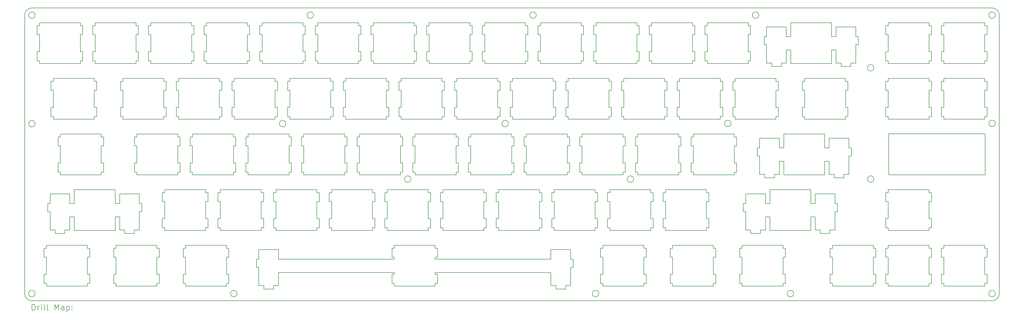
<source format=gbr>
%TF.GenerationSoftware,KiCad,Pcbnew,8.0.7*%
%TF.CreationDate,2025-01-07T11:33:51+11:00*%
%TF.ProjectId,topv2,746f7076-322e-46b6-9963-61645f706362,rev?*%
%TF.SameCoordinates,Original*%
%TF.FileFunction,Drillmap*%
%TF.FilePolarity,Positive*%
%FSLAX45Y45*%
G04 Gerber Fmt 4.5, Leading zero omitted, Abs format (unit mm)*
G04 Created by KiCad (PCBNEW 8.0.7) date 2025-01-07 11:33:51*
%MOMM*%
%LPD*%
G01*
G04 APERTURE LIST*
%ADD10C,0.200000*%
G04 APERTURE END LIST*
D10*
X26080700Y-7304960D02*
X26000600Y-7304960D01*
X25286300Y-10805030D02*
X25366200Y-10805030D01*
X15523100Y-9209820D02*
X15523100Y-8900030D01*
X17955700Y-7304960D02*
X17955700Y-7884960D01*
X25524400Y-6290020D02*
X25524400Y-5979960D01*
X9808140Y-9209820D02*
X9808140Y-8900030D01*
X12269470Y-4989990D02*
X13669400Y-4989990D01*
X7506970Y-4074960D02*
X7506970Y-3494960D01*
X25128200Y-8800000D02*
X26528200Y-8800000D01*
X36053200Y-10805030D02*
X36133100Y-10805030D01*
X16050700Y-6995040D02*
X16130600Y-6995040D01*
X9383150Y-9209820D02*
X9383150Y-9789970D01*
X9383150Y-9789970D02*
X9463090Y-9789970D01*
X21289400Y-4989990D02*
X21289400Y-5090040D01*
X3855028Y-11694971D02*
X3935091Y-11694971D01*
X10364470Y-6389920D02*
X10364470Y-6290020D01*
X27956900Y-3494960D02*
X27956900Y-4074960D01*
X18908200Y-9209820D02*
X18908200Y-9789970D01*
X32668100Y-11694971D02*
X32748200Y-11694971D01*
X20417000Y-3185040D02*
X20417000Y-3494960D01*
X32748200Y-12104936D02*
X32748200Y-12005027D01*
X11288150Y-10100030D02*
X11288150Y-10199940D01*
X30576300Y-7365040D02*
X30728700Y-7365040D01*
X31641900Y-4461920D02*
X31469400Y-4461920D01*
X28547600Y-9270040D02*
X28700000Y-9270040D01*
X11203700Y-10852020D02*
X11878810Y-10852020D01*
X16050700Y-6894990D02*
X16050700Y-6995040D01*
X30843200Y-10704990D02*
X32243200Y-10704990D01*
X34148200Y-5399960D02*
X34148200Y-5979960D01*
X7903140Y-9209820D02*
X7903140Y-8900030D01*
X36133100Y-6290020D02*
X36053200Y-6290020D01*
X6950650Y-7884960D02*
X7030720Y-7884960D01*
X13698200Y-10100030D02*
X13618100Y-10100030D01*
X26557000Y-3185040D02*
X26557000Y-3084990D01*
X17479400Y-5090040D02*
X17559500Y-5090040D01*
X34653200Y-4989990D02*
X36053200Y-4989990D01*
X7001900Y-3185040D02*
X7081980Y-3185040D01*
X9859400Y-5399960D02*
X9859400Y-5979960D01*
X16951900Y-4385020D02*
X16951900Y-4074960D01*
X34653200Y-12104936D02*
X34653200Y-12005027D01*
X20285600Y-6995040D02*
X20365700Y-6995040D01*
X21289400Y-6290020D02*
X21289400Y-6389920D01*
X34573100Y-3494960D02*
X34573100Y-3185040D01*
X23670700Y-8294920D02*
X22270700Y-8294920D01*
X17083100Y-8900030D02*
X17083100Y-9209820D01*
X34148200Y-3494960D02*
X34148200Y-4074960D01*
X16079500Y-5399960D02*
X15999400Y-5399960D01*
X24703100Y-9789970D02*
X24703100Y-10100030D01*
X13141890Y-3185040D02*
X13221830Y-3185040D01*
X14650700Y-8195020D02*
X14570600Y-8195020D01*
X7081980Y-4385020D02*
X7001900Y-4385020D01*
X11288150Y-8900030D02*
X11368090Y-8900030D01*
X36133100Y-5979960D02*
X36133100Y-6290020D01*
X17321200Y-12005027D02*
X17241300Y-12005027D01*
X19940600Y-6995040D02*
X19940600Y-7304960D01*
X8986980Y-4074960D02*
X8986980Y-4385020D01*
X4887590Y-10199940D02*
X4887590Y-9730030D01*
X30100000Y-8800000D02*
X30100000Y-9270040D01*
X14621900Y-3185040D02*
X14701800Y-3185040D01*
X7796220Y-12005027D02*
X7716280Y-12005027D01*
X13669400Y-5979960D02*
X13749500Y-5979960D01*
X21289400Y-5090040D02*
X21369500Y-5090040D01*
X5891220Y-8195020D02*
X5811290Y-8195020D01*
X21376200Y-12081923D02*
X21203700Y-12081923D01*
X12796840Y-3185040D02*
X12796840Y-3494960D01*
X34573100Y-4074960D02*
X34653200Y-4074960D01*
X27084500Y-6290020D02*
X27004400Y-6290020D01*
X30967000Y-4015020D02*
X30814400Y-4015020D01*
X17428100Y-9789970D02*
X17508200Y-9789970D01*
X7081980Y-4074960D02*
X7081980Y-4385020D01*
X18937000Y-4385020D02*
X18856900Y-4385020D01*
X3696965Y-3494960D02*
X3616901Y-3494960D01*
X21318200Y-9789970D02*
X21318200Y-9209820D01*
X7716280Y-12005027D02*
X7716280Y-12104936D01*
X25179500Y-5090040D02*
X25179500Y-5399960D01*
X11121290Y-11454916D02*
X11121290Y-11175040D01*
X24571900Y-4074960D02*
X24652000Y-4074960D01*
X31403800Y-8271920D02*
X31231300Y-8271920D01*
X30901200Y-8271920D02*
X30728700Y-8271920D01*
X23750600Y-7304960D02*
X23670700Y-7304960D01*
X15603200Y-10100030D02*
X15523100Y-10100030D01*
X11844480Y-5399960D02*
X11764400Y-5399960D01*
X23699500Y-6389920D02*
X23699500Y-6290020D01*
X12665640Y-8195020D02*
X12665640Y-7884960D01*
X27480700Y-7304960D02*
X27480700Y-7884960D01*
X9463090Y-9789970D02*
X9463090Y-10100030D01*
X25575700Y-8195020D02*
X25575700Y-8294920D01*
X15126800Y-4385020D02*
X15046900Y-4385020D01*
X20336900Y-4385020D02*
X20336900Y-4484920D01*
X6316200Y-11114820D02*
X6236280Y-11114820D01*
X22270700Y-6995040D02*
X22270700Y-6894990D01*
X4411203Y-7884960D02*
X4411203Y-7304960D01*
X18035600Y-7884960D02*
X18035600Y-8195020D01*
X13273090Y-8900030D02*
X13273090Y-9209820D01*
X25604500Y-4989990D02*
X27004400Y-4989990D01*
X7796220Y-11114820D02*
X7716280Y-11114820D01*
X8906900Y-3084990D02*
X8906900Y-3185040D01*
X11793220Y-9789970D02*
X11793220Y-9209820D01*
X36053200Y-11694971D02*
X36133100Y-11694971D01*
X29023800Y-7825020D02*
X29023800Y-8271920D01*
X10177610Y-11114820D02*
X10097530Y-11114820D01*
X4331278Y-6995040D02*
X4411203Y-6995040D01*
X30843200Y-11114820D02*
X30763100Y-11114820D01*
X13193150Y-9789970D02*
X13273090Y-9789970D01*
X20365700Y-7304960D02*
X20285600Y-7304960D01*
X28266300Y-7365040D02*
X28348700Y-7365040D01*
X5096920Y-3185040D02*
X5176980Y-3185040D01*
X36133100Y-10805030D02*
X36133100Y-11114820D01*
X19413200Y-9789970D02*
X19413200Y-9209820D01*
X20336900Y-3185040D02*
X20417000Y-3185040D01*
X16079500Y-6389920D02*
X16079500Y-6290020D01*
X4093153Y-5090040D02*
X4173216Y-5090040D01*
X3696965Y-4385020D02*
X3616901Y-4385020D01*
X27004400Y-6389920D02*
X25604500Y-6389920D01*
X27004400Y-6290020D02*
X27004400Y-6389920D01*
X23274500Y-6290020D02*
X23194400Y-6290020D01*
X24146900Y-4385020D02*
X24146900Y-4484920D01*
X26528200Y-8900030D02*
X26608100Y-8900030D01*
X9411970Y-3185040D02*
X9411970Y-3084990D01*
X17559500Y-5979960D02*
X17559500Y-6290020D01*
X30901200Y-8391940D02*
X30901200Y-8271920D01*
X27429400Y-5979960D02*
X27509500Y-5979960D01*
X17508200Y-8900030D02*
X17508200Y-8800000D01*
X22666900Y-4385020D02*
X22666900Y-4074960D01*
X15574400Y-6290020D02*
X15574400Y-6389920D01*
X17559500Y-5399960D02*
X17479400Y-5399960D01*
X26528200Y-9789970D02*
X26608100Y-9789970D01*
X18988100Y-9789970D02*
X18988100Y-10100030D01*
X16130600Y-7884960D02*
X16130600Y-8195020D01*
X36053200Y-12104936D02*
X34653200Y-12104936D01*
X22718200Y-9209820D02*
X22718200Y-9789970D01*
X17984500Y-4989990D02*
X19384400Y-4989990D01*
X13193150Y-10199940D02*
X11793220Y-10199940D01*
X25655600Y-6995040D02*
X25655600Y-7304960D01*
X36053200Y-4385020D02*
X36053200Y-4484920D01*
X7197590Y-9270040D02*
X7197590Y-9549920D01*
X25604500Y-6389920D02*
X25604500Y-6290020D01*
X32748200Y-11694971D02*
X32748200Y-11114820D01*
X22241900Y-4074960D02*
X22322000Y-4074960D01*
X28851100Y-8271920D02*
X28851100Y-8391940D01*
X12796840Y-4385020D02*
X12716900Y-4385020D01*
X10811900Y-4074960D02*
X10891980Y-4074960D01*
X29890700Y-4989990D02*
X31290700Y-4989990D01*
X15603200Y-8800000D02*
X17003200Y-8800000D01*
X31231300Y-8271920D02*
X31231300Y-8391940D01*
X13749500Y-5399960D02*
X13669400Y-5399960D01*
X20336900Y-4074960D02*
X20417000Y-4074960D01*
X32323100Y-12005027D02*
X32243200Y-12005027D01*
X17241300Y-11694971D02*
X17321200Y-11694971D01*
X10459917Y-12357395D02*
G75*
G02*
X10239917Y-12357395I-110000J0D01*
G01*
X10239917Y-12357395D02*
G75*
G02*
X10459917Y-12357395I110000J0D01*
G01*
X16079500Y-4989990D02*
X17479400Y-4989990D01*
X11878810Y-11634889D02*
X11878810Y-12081923D01*
X25524400Y-5090040D02*
X25604500Y-5090040D01*
X32748200Y-4385020D02*
X32668100Y-4385020D01*
X6316200Y-12104936D02*
X6316200Y-12005027D01*
X10840720Y-8195020D02*
X10760640Y-8195020D01*
X8906900Y-3185040D02*
X8986980Y-3185040D01*
X8935720Y-6995040D02*
X8935720Y-6894990D01*
X16951900Y-3185040D02*
X17032000Y-3185040D01*
X10284390Y-5979960D02*
X10364470Y-5979960D01*
X34573100Y-10805030D02*
X34653200Y-10805030D01*
X31231300Y-8391940D02*
X30901200Y-8391940D01*
X28909400Y-6389920D02*
X27509500Y-6389920D01*
X24385000Y-12005027D02*
X24385000Y-12104936D01*
X7983220Y-10100030D02*
X7903140Y-10100030D01*
X16079500Y-6290020D02*
X15999400Y-6290020D01*
X23274500Y-5399960D02*
X23194400Y-5399960D01*
X25655600Y-8195020D02*
X25575700Y-8195020D01*
X7081980Y-3494960D02*
X7001900Y-3494960D01*
X24465100Y-11694971D02*
X24465100Y-12005027D01*
X16555700Y-8294920D02*
X16555700Y-8195020D01*
X14174500Y-6389920D02*
X14174500Y-6290020D01*
X7426890Y-3494960D02*
X7426890Y-3185040D01*
X22241900Y-3084990D02*
X22241900Y-3185040D01*
X21714400Y-6290020D02*
X21714400Y-5979960D01*
X9463090Y-8900030D02*
X9463090Y-9209820D01*
X8935720Y-8294920D02*
X8935720Y-8195020D01*
X13669400Y-6389920D02*
X12269470Y-6389920D01*
X13669400Y-5090040D02*
X13749500Y-5090040D01*
X26557000Y-3494960D02*
X26476900Y-3494960D01*
X31724500Y-3555040D02*
X31724500Y-3834930D01*
X34228100Y-11694971D02*
X34228100Y-12005027D01*
X32748200Y-6290020D02*
X32668100Y-6290020D01*
X14225600Y-8195020D02*
X14145700Y-8195020D01*
X8510590Y-7304960D02*
X8430650Y-7304960D01*
X22747000Y-4074960D02*
X22747000Y-3494960D01*
X25048100Y-8900030D02*
X25128200Y-8900030D01*
X24571900Y-4385020D02*
X24571900Y-4074960D01*
X30425000Y-10296950D02*
X30425000Y-10176920D01*
X9383150Y-8800000D02*
X9383150Y-8900030D01*
X7115040Y-9270040D02*
X7197590Y-9270040D01*
X3935091Y-10704990D02*
X5335040Y-10704990D01*
X11316970Y-4385020D02*
X11236890Y-4385020D01*
X25286300Y-11114820D02*
X25286300Y-10805030D01*
X17559500Y-6290020D02*
X17479400Y-6290020D01*
X24623200Y-8900030D02*
X24703100Y-8900030D01*
X31290700Y-5979960D02*
X31370600Y-5979960D01*
X30728700Y-8271920D02*
X30728700Y-7825020D01*
X5176980Y-4074960D02*
X5176980Y-4385020D01*
X19860700Y-7304960D02*
X19860700Y-7884960D01*
X7506970Y-4484920D02*
X7506970Y-4385020D01*
X5096920Y-4074960D02*
X5176980Y-4074960D01*
X18856900Y-3185040D02*
X18937000Y-3185040D01*
X34653200Y-6389920D02*
X34653200Y-6290020D01*
X14145700Y-8294920D02*
X12745720Y-8294920D01*
X20285600Y-7884960D02*
X20365700Y-7884960D01*
X18988100Y-8900030D02*
X18988100Y-9209820D01*
X29176200Y-7825020D02*
X29023800Y-7825020D01*
X7716280Y-11694971D02*
X7796220Y-11694971D01*
X36133100Y-5090040D02*
X36133100Y-5399960D01*
X19860700Y-6995040D02*
X19940600Y-6995040D01*
X36550700Y-12357395D02*
G75*
G02*
X36305700Y-12602400I-245000J-5D01*
G01*
X12269470Y-5090040D02*
X12269470Y-4989990D01*
X11368090Y-10100030D02*
X11288150Y-10100030D01*
X19384400Y-6389920D02*
X17984500Y-6389920D01*
X36053200Y-5090040D02*
X36133100Y-5090040D01*
X3855028Y-12005027D02*
X3855028Y-11694971D01*
X23223200Y-9209820D02*
X23143100Y-9209820D01*
X15574400Y-5090040D02*
X15654500Y-5090040D01*
X9888220Y-8800000D02*
X11288150Y-8800000D01*
X32243200Y-11694971D02*
X32323100Y-11694971D01*
X16555700Y-6995040D02*
X16555700Y-6894990D01*
X34148200Y-3084990D02*
X34148200Y-3185040D01*
X25366200Y-12005027D02*
X25286300Y-12005027D01*
X5653090Y-5399960D02*
X5573170Y-5399960D01*
X22718200Y-10199940D02*
X21318200Y-10199940D01*
X34148200Y-3185040D02*
X34228100Y-3185040D01*
X5415100Y-10805030D02*
X5415100Y-11114820D01*
X15654500Y-5979960D02*
X15654500Y-6290020D01*
X5653090Y-5979960D02*
X5653090Y-6290020D01*
X4232609Y-10176920D02*
X4060080Y-10176920D01*
X7716280Y-11114820D02*
X7716280Y-11694971D01*
X23194400Y-4989990D02*
X23194400Y-5090040D01*
X10335650Y-6995040D02*
X10415590Y-6995040D01*
X11236890Y-3494960D02*
X11236890Y-3185040D01*
X21318200Y-9209820D02*
X21238100Y-9209820D01*
X9859400Y-4989990D02*
X9859400Y-5090040D01*
X22985100Y-11694971D02*
X22985100Y-11114820D01*
X27084500Y-5399960D02*
X27004400Y-5399960D01*
X21714400Y-5090040D02*
X21794500Y-5090040D01*
X14570600Y-7884960D02*
X14650700Y-7884960D01*
X27004400Y-5399960D02*
X27004400Y-5979960D01*
X3696965Y-4074960D02*
X3696965Y-3494960D01*
X18431900Y-3084990D02*
X18431900Y-3185040D01*
X4411203Y-6995040D02*
X4411203Y-6894990D01*
X7903140Y-9789970D02*
X7983220Y-9789970D01*
X29176200Y-7365040D02*
X29176200Y-6894990D01*
X17032000Y-4074960D02*
X17032000Y-3494960D01*
X27747600Y-12104936D02*
X27747600Y-12005027D01*
X23699500Y-5090040D02*
X23699500Y-4989990D01*
X28348700Y-8271920D02*
X28348700Y-7644930D01*
X26476900Y-3185040D02*
X26557000Y-3185040D01*
X25099400Y-5979960D02*
X25179500Y-5979960D01*
X5096920Y-4484920D02*
X3696965Y-4484920D01*
X34148200Y-4484920D02*
X32748200Y-4484920D01*
X24095600Y-8195020D02*
X24095600Y-7884960D01*
X25366200Y-11694971D02*
X25366200Y-11114820D01*
X17479400Y-5399960D02*
X17479400Y-5979960D01*
X15841200Y-12005027D02*
X15761300Y-12005027D01*
X16413256Y-8435590D02*
G75*
G02*
X16193256Y-8435590I-110000J0D01*
G01*
X16193256Y-8435590D02*
G75*
G02*
X16413256Y-8435590I110000J0D01*
G01*
X21765700Y-7884960D02*
X21845600Y-7884960D01*
X34228100Y-8900030D02*
X34228100Y-9209820D01*
X23223200Y-9789970D02*
X23223200Y-9209820D01*
X36053200Y-5399960D02*
X36053200Y-5979960D01*
X32748200Y-8900030D02*
X32748200Y-8800000D01*
X32748200Y-4989990D02*
X34148200Y-4989990D01*
X6950650Y-6995040D02*
X7030720Y-6995040D01*
X3696965Y-3084990D02*
X5096920Y-3084990D01*
X3696965Y-3185040D02*
X3696965Y-3084990D01*
X8510590Y-6995040D02*
X8510590Y-7304960D01*
X34148200Y-11694971D02*
X34228100Y-11694971D01*
X22718200Y-9789970D02*
X22798100Y-9789970D01*
X22985100Y-10805030D02*
X22985100Y-10704990D01*
X10760640Y-6995040D02*
X10840720Y-6995040D01*
X27084500Y-5090040D02*
X27084500Y-5399960D01*
X21878800Y-10852020D02*
X21878800Y-11175040D01*
X8935720Y-7304960D02*
X8855640Y-7304960D01*
X9888220Y-9209820D02*
X9808140Y-9209820D01*
X8379390Y-5979960D02*
X8459470Y-5979960D01*
X25604500Y-5979960D02*
X25604500Y-5399960D01*
X31370600Y-5979960D02*
X31370600Y-6290020D01*
X11764400Y-5399960D02*
X11764400Y-5979960D01*
X16050700Y-7304960D02*
X16050700Y-7884960D01*
X16555700Y-7884960D02*
X16555700Y-7304960D01*
X21203700Y-12081923D02*
X21203700Y-11634889D01*
X3855028Y-10805030D02*
X3935091Y-10805030D01*
X21369500Y-6290020D02*
X21289400Y-6290020D01*
X7197590Y-9549920D02*
X7115040Y-9549920D01*
X36053200Y-6389920D02*
X34653200Y-6389920D01*
X4887590Y-9730030D02*
X4735040Y-9730030D01*
X25575700Y-6995040D02*
X25655600Y-6995040D01*
X15654500Y-5090040D02*
X15654500Y-5399960D01*
X29147500Y-11114820D02*
X29147500Y-11694971D01*
X17241300Y-11634889D02*
X17241300Y-11694971D01*
X30843200Y-12005027D02*
X30763100Y-12005027D01*
X15098200Y-9789970D02*
X15178100Y-9789970D01*
X32748200Y-10100030D02*
X32668100Y-10100030D01*
X5573170Y-5090040D02*
X5653090Y-5090040D01*
X14650700Y-6894990D02*
X16050700Y-6894990D01*
X34653200Y-4385020D02*
X34573100Y-4385020D01*
X18988100Y-10100030D02*
X18908200Y-10100030D01*
X10840720Y-7884960D02*
X10840720Y-7304960D01*
X18431900Y-4385020D02*
X18431900Y-4484920D01*
X27480700Y-6995040D02*
X27560600Y-6995040D01*
X21765700Y-6894990D02*
X21765700Y-6995040D01*
X19940600Y-8195020D02*
X19860700Y-8195020D01*
X14570600Y-6995040D02*
X14650700Y-6995040D01*
X29147500Y-10805030D02*
X29227600Y-10805030D01*
X30252600Y-10176920D02*
X30252600Y-9730030D01*
X21318200Y-8900030D02*
X21318200Y-8800000D01*
X29414500Y-3084990D02*
X30814400Y-3084990D01*
X34573100Y-5399960D02*
X34573100Y-5090040D01*
X36053200Y-4989990D02*
X36053200Y-5090040D01*
X34653200Y-11694971D02*
X34653200Y-11114820D01*
X23699500Y-4989990D02*
X25099400Y-4989990D01*
X11764400Y-4989990D02*
X11764400Y-5090040D01*
X21714400Y-5979960D02*
X21794500Y-5979960D01*
X18035600Y-7304960D02*
X17955700Y-7304960D01*
X26080700Y-6894990D02*
X27480700Y-6894990D01*
X22270700Y-8294920D02*
X22270700Y-8195020D01*
X11236890Y-4074960D02*
X11316970Y-4074960D01*
X22190600Y-8195020D02*
X22190600Y-7884960D01*
X16130600Y-8195020D02*
X16050700Y-8195020D01*
X12269470Y-6389920D02*
X12269470Y-6290020D01*
X8935720Y-6894990D02*
X10335650Y-6894990D01*
X25286300Y-11694971D02*
X25366200Y-11694971D01*
X9939480Y-5979960D02*
X9939480Y-6290020D01*
X8034480Y-5399960D02*
X7954400Y-5399960D01*
X23223200Y-8900030D02*
X23223200Y-8800000D01*
X19464500Y-6290020D02*
X19384400Y-6290020D01*
X11713140Y-9209820D02*
X11713140Y-8900030D01*
X3935091Y-12104936D02*
X3935091Y-12005027D01*
X3935091Y-10805030D02*
X3935091Y-10704990D01*
X30763100Y-10805030D02*
X30843200Y-10805030D01*
X26528200Y-10100030D02*
X26528200Y-10199940D01*
X5335040Y-10805030D02*
X5415100Y-10805030D01*
X4173216Y-4989990D02*
X5573170Y-4989990D01*
X19464500Y-5399960D02*
X19384400Y-5399960D01*
X36133100Y-12005027D02*
X36053200Y-12005027D01*
X25099400Y-5399960D02*
X25099400Y-5979960D01*
X19889500Y-5090040D02*
X19889500Y-4989990D01*
X12240650Y-7884960D02*
X12320590Y-7884960D01*
X20813200Y-10199940D02*
X19413200Y-10199940D01*
X18512000Y-3494960D02*
X18431900Y-3494960D01*
X26080700Y-8294920D02*
X26080700Y-8195020D01*
X14701800Y-4385020D02*
X14621900Y-4385020D01*
X28045100Y-10296950D02*
X28045100Y-10176920D01*
X22905000Y-10805030D02*
X22985100Y-10805030D01*
X29810600Y-5090040D02*
X29890700Y-5090040D01*
X25099400Y-6290020D02*
X25099400Y-6389920D01*
X27667500Y-12005027D02*
X27667500Y-11694971D01*
X27429400Y-6290020D02*
X27429400Y-5979960D01*
X13079442Y-2823090D02*
G75*
G02*
X12859442Y-2823090I-110000J0D01*
G01*
X12859442Y-2823090D02*
G75*
G02*
X13079442Y-2823090I110000J0D01*
G01*
X8617520Y-12005027D02*
X8617520Y-11694971D01*
X25099400Y-6389920D02*
X23699500Y-6389920D01*
X6554470Y-6290020D02*
X6474400Y-6290020D01*
X24227000Y-3185040D02*
X24227000Y-3494960D01*
X14570600Y-8195020D02*
X14570600Y-7884960D01*
X21878800Y-11454916D02*
X21878800Y-12081923D01*
X27480700Y-8195020D02*
X27480700Y-8294920D01*
X14621900Y-4484920D02*
X13221830Y-4484920D01*
X13669400Y-5399960D02*
X13669400Y-5979960D01*
X10840720Y-8294920D02*
X10840720Y-8195020D01*
X20336900Y-3084990D02*
X20336900Y-3185040D01*
X13193150Y-9209820D02*
X13193150Y-9789970D01*
X26608100Y-9209820D02*
X26528200Y-9209820D01*
X6287540Y-9270040D02*
X6440090Y-9270040D01*
X10891980Y-4074960D02*
X10891980Y-4385020D01*
X26476900Y-4385020D02*
X26476900Y-4074960D01*
X28375000Y-10296950D02*
X28045100Y-10296950D01*
X7001900Y-3494960D02*
X7001900Y-4074960D01*
X24095600Y-7304960D02*
X24095600Y-6995040D01*
X34228100Y-11114820D02*
X34148200Y-11114820D01*
X23699500Y-5399960D02*
X23619400Y-5399960D01*
X13749500Y-6290020D02*
X13669400Y-6290020D01*
X17955700Y-8294920D02*
X16555700Y-8294920D01*
X4093153Y-6290020D02*
X4093153Y-5979960D01*
X34653200Y-5090040D02*
X34653200Y-4989990D01*
X22190600Y-7304960D02*
X22190600Y-6995040D01*
X25048100Y-9789970D02*
X25128200Y-9789970D01*
X25128200Y-10100030D02*
X25048100Y-10100030D01*
X24385000Y-12104936D02*
X22985100Y-12104936D01*
X17241300Y-10704990D02*
X17241300Y-10805030D01*
X15841200Y-11114820D02*
X15761300Y-11114820D01*
X17955700Y-7884960D02*
X18035600Y-7884960D01*
X27560600Y-8195020D02*
X27480700Y-8195020D01*
X18856900Y-4385020D02*
X18856900Y-4074960D01*
X22270700Y-7304960D02*
X22190600Y-7304960D01*
X27956900Y-3084990D02*
X27956900Y-3185040D01*
X22241900Y-4385020D02*
X22241900Y-4484920D01*
X22270700Y-7884960D02*
X22270700Y-7304960D01*
X8459470Y-5090040D02*
X8459470Y-4989990D01*
X7983220Y-9789970D02*
X7983220Y-9209820D01*
X5601970Y-4484920D02*
X5601970Y-4385020D01*
X29810600Y-6290020D02*
X29810600Y-5979960D01*
X19860700Y-8294920D02*
X18460700Y-8294920D01*
X6236280Y-12005027D02*
X6236280Y-11694971D01*
X34148200Y-10199940D02*
X32748200Y-10199940D01*
X17241300Y-11175040D02*
X21203700Y-11175040D01*
X17003200Y-9789970D02*
X17083100Y-9789970D01*
X26051900Y-4385020D02*
X26051900Y-4484920D01*
X22985100Y-12104936D02*
X22985100Y-12005027D01*
X27084500Y-5979960D02*
X27084500Y-6290020D01*
X15523100Y-9789970D02*
X15603200Y-9789970D01*
X13618100Y-9209820D02*
X13618100Y-8900030D01*
X24175700Y-7884960D02*
X24175700Y-7304960D01*
X18937000Y-4484920D02*
X18937000Y-4385020D01*
X4173216Y-6290020D02*
X4093153Y-6290020D01*
X21794500Y-6290020D02*
X21714400Y-6290020D01*
X36133100Y-3185040D02*
X36133100Y-3494960D01*
X20365700Y-6995040D02*
X20365700Y-6894990D01*
X28504400Y-3834930D02*
X28504400Y-3555040D01*
X10284390Y-5399960D02*
X10284390Y-5090040D01*
X34653200Y-6290020D02*
X34573100Y-6290020D01*
X23670700Y-6995040D02*
X23750600Y-6995040D01*
X25366200Y-12104936D02*
X25366200Y-12005027D01*
X28521200Y-8271920D02*
X28348700Y-8271920D01*
X7954400Y-6389920D02*
X6554470Y-6389920D01*
X5601970Y-3084990D02*
X7001900Y-3084990D01*
X31641900Y-3232030D02*
X31641900Y-3555040D01*
X7030720Y-8294920D02*
X7030720Y-8195020D01*
X7796220Y-10805030D02*
X7796220Y-11114820D01*
X19384400Y-5399960D02*
X19384400Y-5979960D01*
X31403800Y-7042030D02*
X31403800Y-7365040D01*
X11844480Y-5979960D02*
X11844480Y-6290020D01*
X17003200Y-10199940D02*
X15603200Y-10199940D01*
X24703100Y-9209820D02*
X24623200Y-9209820D01*
X25179500Y-5399960D02*
X25099400Y-5399960D01*
X26766300Y-11114820D02*
X26766300Y-11694971D01*
X28587000Y-3834930D02*
X28504400Y-3834930D01*
X11368090Y-9209820D02*
X11288150Y-9209820D01*
X16526900Y-3494960D02*
X16526900Y-4074960D01*
X20842000Y-3084990D02*
X22241900Y-3084990D01*
X5521900Y-4385020D02*
X5521900Y-4074960D01*
X29890700Y-6389920D02*
X29890700Y-6290020D01*
X19413200Y-9209820D02*
X19333100Y-9209820D01*
X22666900Y-3185040D02*
X22747000Y-3185040D01*
X32243200Y-12005027D02*
X32243200Y-12104936D01*
X15841200Y-12104936D02*
X15841200Y-12005027D01*
X10760640Y-8195020D02*
X10760640Y-7884960D01*
X19889500Y-6389920D02*
X19889500Y-6290020D01*
X9411970Y-3084990D02*
X10811900Y-3084990D01*
X36415700Y-2823090D02*
G75*
G02*
X36195700Y-2823090I-110000J0D01*
G01*
X36195700Y-2823090D02*
G75*
G02*
X36415700Y-2823090I110000J0D01*
G01*
X9939480Y-5399960D02*
X9859400Y-5399960D01*
X22241900Y-4484920D02*
X20842000Y-4484920D01*
X17321200Y-11694971D02*
X17321200Y-12005027D01*
X11878810Y-10852020D02*
X11878810Y-11175040D01*
X31010100Y-9549920D02*
X30927500Y-9549920D01*
X8430650Y-7884960D02*
X8510590Y-7884960D01*
X10097530Y-10805030D02*
X10177610Y-10805030D01*
X7030720Y-6995040D02*
X7030720Y-6894990D01*
X12189390Y-6290020D02*
X12189390Y-5979960D01*
X19860700Y-7884960D02*
X19940600Y-7884960D01*
X6236280Y-10805030D02*
X6316200Y-10805030D01*
X34228100Y-6290020D02*
X34148200Y-6290020D01*
X22747000Y-3494960D02*
X22666900Y-3494960D01*
X29147500Y-12005027D02*
X29147500Y-12104936D01*
X9383150Y-8900030D02*
X9463090Y-8900030D01*
X31290700Y-4989990D02*
X31290700Y-5090040D01*
X18512000Y-3185040D02*
X18512000Y-3494960D01*
X10415590Y-7304960D02*
X10335650Y-7304960D01*
X4060080Y-9270040D02*
X4060080Y-8947020D01*
X21238100Y-10100030D02*
X21238100Y-9789970D01*
X3855028Y-11114820D02*
X3855028Y-10805030D01*
X24652000Y-4074960D02*
X24652000Y-3494960D01*
X14701800Y-3494960D02*
X14621900Y-3494960D01*
X23143100Y-10100030D02*
X23143100Y-9789970D01*
X5573170Y-5979960D02*
X5653090Y-5979960D01*
X12796840Y-4074960D02*
X12796840Y-4385020D01*
X5811290Y-6995040D02*
X5891220Y-6995040D01*
X7983220Y-8900030D02*
X7983220Y-8800000D01*
X17321200Y-11114820D02*
X17241300Y-11114820D01*
X4060080Y-9549920D02*
X3977533Y-9549920D01*
X28700000Y-8800000D02*
X30100000Y-8800000D01*
X29227600Y-12005027D02*
X29147500Y-12005027D01*
X15603200Y-8900030D02*
X15603200Y-8800000D01*
X18856900Y-3494960D02*
X18856900Y-3185040D01*
X23194400Y-5399960D02*
X23194400Y-5979960D01*
X12320590Y-6995040D02*
X12320590Y-7304960D01*
X3977533Y-9270040D02*
X4060080Y-9270040D01*
X4331278Y-8195020D02*
X4331278Y-7884960D01*
X4887590Y-8800000D02*
X6287540Y-8800000D01*
X4173216Y-6389920D02*
X4173216Y-6290020D01*
X7954400Y-6290020D02*
X7954400Y-6389920D01*
X29890700Y-5979960D02*
X29890700Y-5399960D01*
X17559500Y-5090040D02*
X17559500Y-5399960D01*
X3435070Y-12602395D02*
G75*
G02*
X3190077Y-12358502I0J244996D01*
G01*
X8935720Y-8195020D02*
X8855640Y-8195020D01*
X9888220Y-9789970D02*
X9888220Y-9209820D01*
X10364470Y-5090040D02*
X10364470Y-4989990D01*
X24623200Y-10100030D02*
X24623200Y-10199940D01*
X25366200Y-11114820D02*
X25286300Y-11114820D01*
X13273090Y-9789970D02*
X13273090Y-10100030D01*
X15574400Y-5399960D02*
X15574400Y-5979960D01*
X11203700Y-11454916D02*
X11121290Y-11454916D01*
X5335040Y-10704990D02*
X5335040Y-10805030D01*
X20893100Y-9209820D02*
X20813200Y-9209820D01*
X3190072Y-2823085D02*
G75*
G02*
X3434080Y-2578090I244998J1D01*
G01*
X19809400Y-5399960D02*
X19809400Y-5090040D01*
X17083100Y-9209820D02*
X17003200Y-9209820D01*
X5335040Y-12005027D02*
X5335040Y-12104936D01*
X11236890Y-3185040D02*
X11316970Y-3185040D01*
X25128200Y-9789970D02*
X25128200Y-9209820D01*
X26080700Y-8195020D02*
X26000600Y-8195020D01*
X27480700Y-8294920D02*
X26080700Y-8294920D01*
X36053200Y-3185040D02*
X36133100Y-3185040D01*
X15841200Y-10704990D02*
X17241300Y-10704990D01*
X28266300Y-7644930D02*
X28266300Y-7365040D01*
X9859400Y-6389920D02*
X8459470Y-6389920D01*
X11316970Y-3084990D02*
X12716900Y-3084990D01*
X6236280Y-11114820D02*
X6236280Y-10805030D01*
X18460700Y-8195020D02*
X18380600Y-8195020D01*
X24227000Y-4385020D02*
X24146900Y-4385020D01*
X21961200Y-11454916D02*
X21878800Y-11454916D01*
X18431900Y-4484920D02*
X17032000Y-4484920D01*
X15654500Y-6290020D02*
X15574400Y-6290020D01*
X26051900Y-3494960D02*
X26051900Y-4074960D01*
X26846200Y-12005027D02*
X26766300Y-12005027D01*
X4411203Y-6894990D02*
X5811290Y-6894990D01*
X12745720Y-6894990D02*
X14145700Y-6894990D01*
X15046900Y-4074960D02*
X15126800Y-4074960D01*
X21369500Y-5979960D02*
X21369500Y-6290020D01*
X6942520Y-10296950D02*
X6612480Y-10296950D01*
X24703100Y-10100030D02*
X24623200Y-10100030D01*
X32668100Y-5979960D02*
X32748200Y-5979960D01*
X32748200Y-5979960D02*
X32748200Y-5399960D01*
X34148200Y-8800000D02*
X34148200Y-8900030D01*
X5811290Y-7884960D02*
X5891220Y-7884960D01*
X24175700Y-7304960D02*
X24095600Y-7304960D01*
X8906900Y-3494960D02*
X8906900Y-4074960D01*
X27480700Y-6894990D02*
X27480700Y-6995040D01*
X6474400Y-6290020D02*
X6474400Y-5979960D01*
X7030720Y-7304960D02*
X6950650Y-7304960D01*
X8430650Y-8195020D02*
X8430650Y-8294920D01*
X32748200Y-3084990D02*
X34148200Y-3084990D01*
X28045100Y-10176920D02*
X27872600Y-10176920D01*
X17083100Y-9789970D02*
X17083100Y-10100030D01*
X17984500Y-5979960D02*
X17984500Y-5399960D01*
X5891220Y-7304960D02*
X5811290Y-7304960D01*
X22666900Y-3494960D02*
X22666900Y-3185040D01*
X6236280Y-11694971D02*
X6316200Y-11694971D01*
X15999400Y-5979960D02*
X16079500Y-5979960D01*
X25604500Y-5399960D02*
X25524400Y-5399960D01*
X10284390Y-5090040D02*
X10364470Y-5090040D01*
X12745720Y-6995040D02*
X12745720Y-6894990D01*
X14225600Y-6995040D02*
X14225600Y-7304960D01*
X22241900Y-3494960D02*
X22241900Y-4074960D01*
X13221830Y-3185040D02*
X13221830Y-3084990D01*
X6554470Y-5090040D02*
X6554470Y-4989990D01*
X8697600Y-11114820D02*
X8617520Y-11114820D01*
X3935091Y-11694971D02*
X3935091Y-11114820D01*
X15761300Y-11114820D02*
X15761300Y-10805030D01*
X28037000Y-3185040D02*
X28037000Y-3494960D01*
X34653200Y-4484920D02*
X34653200Y-4385020D01*
X31641900Y-3555040D02*
X31724500Y-3555040D01*
X5096920Y-3084990D02*
X5096920Y-3185040D01*
X11288150Y-8800000D02*
X11288150Y-8900030D01*
X21845600Y-7884960D02*
X21845600Y-8195020D01*
X26528200Y-8800000D02*
X26528200Y-8900030D01*
X9808140Y-10100030D02*
X9808140Y-9789970D01*
X34653200Y-10805030D02*
X34653200Y-10704990D01*
X3696965Y-4484920D02*
X3696965Y-4385020D01*
X27667500Y-11694971D02*
X27747600Y-11694971D01*
X31290700Y-6290020D02*
X31290700Y-6389920D01*
X15126800Y-3084990D02*
X16526900Y-3084990D01*
X17955700Y-6894990D02*
X17955700Y-6995040D01*
X28348700Y-7644930D02*
X28266300Y-7644930D01*
X14570600Y-7304960D02*
X14570600Y-6995040D01*
X23670700Y-7884960D02*
X23750600Y-7884960D01*
X8034480Y-5090040D02*
X8034480Y-5399960D01*
X7983220Y-9209820D02*
X7903140Y-9209820D01*
X7426890Y-4074960D02*
X7506970Y-4074960D01*
X24095600Y-6995040D02*
X24175700Y-6995040D01*
X25286300Y-12005027D02*
X25286300Y-11694971D01*
X31010100Y-9270040D02*
X31010100Y-9549920D01*
X13193150Y-10100030D02*
X13193150Y-10199940D01*
X24652000Y-3084990D02*
X26051900Y-3084990D01*
X26132000Y-4385020D02*
X26051900Y-4385020D01*
X13618100Y-9789970D02*
X13698200Y-9789970D01*
X3190072Y-2823085D02*
X3190072Y-12358502D01*
X3616901Y-4385020D02*
X3616901Y-4074960D01*
X23274500Y-5979960D02*
X23274500Y-6290020D01*
X9383150Y-10199940D02*
X7983220Y-10199940D01*
X20893100Y-10100030D02*
X20813200Y-10100030D01*
X22270700Y-6894990D02*
X23670700Y-6894990D01*
X15841200Y-11175040D02*
X15841200Y-11114820D01*
X16951900Y-3494960D02*
X16951900Y-3185040D01*
X5176980Y-3185040D02*
X5176980Y-3494960D01*
X7506970Y-3185040D02*
X7506970Y-3084990D01*
X19940600Y-7304960D02*
X19860700Y-7304960D01*
X15603200Y-9789970D02*
X15603200Y-9209820D01*
X11706260Y-12081923D02*
X11706260Y-12201950D01*
X26846200Y-11114820D02*
X26766300Y-11114820D01*
X8935720Y-7884960D02*
X8935720Y-7304960D01*
X10177610Y-10805030D02*
X10177610Y-11114820D01*
X10415590Y-7884960D02*
X10415590Y-8195020D01*
X7001900Y-4385020D02*
X7001900Y-4484920D01*
X22905000Y-11694971D02*
X22985100Y-11694971D01*
X12320590Y-7884960D02*
X12320590Y-8195020D01*
X34148200Y-10100030D02*
X34148200Y-10199940D01*
X8034480Y-6290020D02*
X7954400Y-6290020D01*
X10097530Y-12104936D02*
X8697600Y-12104936D01*
X14094400Y-5399960D02*
X14094400Y-5090040D01*
X19333100Y-9209820D02*
X19333100Y-8900030D01*
X11844480Y-5090040D02*
X11844480Y-5399960D01*
X5573170Y-6290020D02*
X5573170Y-6389920D01*
X10335650Y-6894990D02*
X10335650Y-6995040D01*
X32769816Y-6888934D02*
X36069816Y-6888934D01*
X32748200Y-11114820D02*
X32668100Y-11114820D01*
X22798100Y-8900030D02*
X22798100Y-9209820D01*
X20336900Y-4484920D02*
X18937000Y-4484920D01*
X5601970Y-3494960D02*
X5521900Y-3494960D01*
X10811900Y-4484920D02*
X9411970Y-4484920D01*
X34228100Y-4074960D02*
X34228100Y-4385020D01*
X30252600Y-9730030D02*
X30100000Y-9730030D01*
X34148200Y-5979960D02*
X34228100Y-5979960D01*
X18908200Y-8800000D02*
X18908200Y-8900030D01*
X15841200Y-10805030D02*
X15841200Y-10704990D01*
X23619400Y-5979960D02*
X23699500Y-5979960D01*
X16475600Y-7304960D02*
X16475600Y-6995040D01*
X23223200Y-10100030D02*
X23143100Y-10100030D01*
X32748200Y-10199940D02*
X32748200Y-10100030D01*
X17508200Y-10199940D02*
X17508200Y-10100030D01*
X31403800Y-7644930D02*
X31403800Y-8271920D01*
X31139500Y-4461920D02*
X30967000Y-4461920D01*
X34148200Y-6290020D02*
X34148200Y-6389920D01*
X36133100Y-3494960D02*
X36053200Y-3494960D01*
X14650700Y-7884960D02*
X14650700Y-7304960D01*
X19413200Y-10100030D02*
X19333100Y-10100030D01*
X32668100Y-4385020D02*
X32668100Y-4074960D01*
X36133100Y-4074960D02*
X36133100Y-4385020D01*
X16050700Y-8195020D02*
X16050700Y-8294920D01*
X9331890Y-3494960D02*
X9331890Y-3185040D01*
X25048100Y-10100030D02*
X25048100Y-9789970D01*
X32668100Y-9789970D02*
X32748200Y-9789970D01*
X20813200Y-10100030D02*
X20813200Y-10199940D01*
X19384400Y-5979960D02*
X19464500Y-5979960D01*
X30927500Y-10176920D02*
X30755000Y-10176920D01*
X8459470Y-5979960D02*
X8459470Y-5399960D01*
X21289400Y-5399960D02*
X21289400Y-5979960D01*
X32323100Y-11694971D02*
X32323100Y-12005027D01*
X4331278Y-7884960D02*
X4411203Y-7884960D01*
X29261900Y-4015020D02*
X29261900Y-4461920D01*
X30728700Y-7042030D02*
X31403800Y-7042030D01*
X4060080Y-10176920D02*
X4060080Y-9549920D01*
X27509500Y-6389920D02*
X27509500Y-6290020D01*
X29176200Y-8294920D02*
X29176200Y-7825020D01*
X8510590Y-8195020D02*
X8430650Y-8195020D01*
X36415700Y-12357395D02*
G75*
G02*
X36195700Y-12357395I-110000J0D01*
G01*
X36195700Y-12357395D02*
G75*
G02*
X36415700Y-12357395I110000J0D01*
G01*
X7954400Y-5399960D02*
X7954400Y-5979960D01*
X23143100Y-9209820D02*
X23143100Y-8900030D01*
X5811290Y-8294920D02*
X4411203Y-8294920D01*
X9331890Y-4385020D02*
X9331890Y-4074960D01*
X5521900Y-3185040D02*
X5601970Y-3185040D01*
X11713140Y-9789970D02*
X11793220Y-9789970D01*
X32243200Y-12104936D02*
X30843200Y-12104936D01*
X19384400Y-5090040D02*
X19464500Y-5090040D01*
X27366934Y-6533169D02*
G75*
G02*
X27146934Y-6533169I-110000J0D01*
G01*
X27146934Y-6533169D02*
G75*
G02*
X27366934Y-6533169I110000J0D01*
G01*
X24175700Y-8195020D02*
X24095600Y-8195020D01*
X30814400Y-4015020D02*
X30814400Y-4484920D01*
X34653200Y-3494960D02*
X34573100Y-3494960D01*
X31469400Y-4581940D02*
X31139500Y-4581940D01*
X34653200Y-10704990D02*
X36053200Y-10704990D01*
X16475600Y-7884960D02*
X16555700Y-7884960D01*
X16526900Y-4484920D02*
X15126800Y-4484920D01*
X31370600Y-6290020D02*
X31290700Y-6290020D01*
X6950650Y-7304960D02*
X6950650Y-6995040D01*
X22985100Y-11114820D02*
X22905000Y-11114820D01*
X7115040Y-10176920D02*
X6942520Y-10176920D01*
X15098200Y-8800000D02*
X15098200Y-8900030D01*
X21845600Y-8195020D02*
X21765700Y-8195020D01*
X21376200Y-12201950D02*
X21376200Y-12081923D01*
X26846200Y-10805030D02*
X26846200Y-11114820D01*
X17321200Y-10805030D02*
X17321200Y-11114820D01*
X32748200Y-8800000D02*
X34148200Y-8800000D01*
X19809400Y-5979960D02*
X19889500Y-5979960D01*
X17479400Y-6290020D02*
X17479400Y-6389920D01*
X19464500Y-5979960D02*
X19464500Y-6290020D01*
X22190600Y-7884960D02*
X22270700Y-7884960D01*
X29176200Y-6894990D02*
X30576300Y-6894990D01*
X11376200Y-12201950D02*
X11376200Y-12081923D01*
X23750600Y-8195020D02*
X23670700Y-8195020D01*
X5335040Y-11694971D02*
X5415100Y-11694971D01*
X22798100Y-9789970D02*
X22798100Y-10100030D01*
X9939480Y-5090040D02*
X9939480Y-5399960D01*
X18856900Y-4074960D02*
X18937000Y-4074960D01*
X18460700Y-8294920D02*
X18460700Y-8195020D01*
X22241900Y-3185040D02*
X22322000Y-3185040D01*
X5891220Y-7884960D02*
X5891220Y-8195020D01*
X26080700Y-6995040D02*
X26080700Y-6894990D01*
X11316970Y-4074960D02*
X11316970Y-3494960D01*
X34653200Y-11114820D02*
X34573100Y-11114820D01*
X14621900Y-4385020D02*
X14621900Y-4484920D01*
X16607000Y-3185040D02*
X16607000Y-3494960D01*
X17241300Y-10805030D02*
X17321200Y-10805030D01*
X15098200Y-8900030D02*
X15178100Y-8900030D01*
X29023800Y-8271920D02*
X28851100Y-8271920D01*
X17904400Y-5399960D02*
X17904400Y-5090040D01*
X20417000Y-4074960D02*
X20417000Y-4385020D01*
X8034480Y-5979960D02*
X8034480Y-6290020D01*
X28851100Y-8391940D02*
X28521200Y-8391940D01*
X14145700Y-7884960D02*
X14225600Y-7884960D01*
X28989500Y-6290020D02*
X28909400Y-6290020D01*
X13698200Y-9789970D02*
X13698200Y-9209820D01*
X11793220Y-8900030D02*
X11793220Y-8800000D01*
X9859400Y-6290020D02*
X9859400Y-6389920D01*
X17904400Y-5979960D02*
X17984500Y-5979960D01*
X10335650Y-7884960D02*
X10415590Y-7884960D01*
X8379390Y-5090040D02*
X8459470Y-5090040D01*
X32769816Y-8288934D02*
X32769816Y-6888934D01*
X22322000Y-4385020D02*
X22241900Y-4385020D01*
X30100000Y-10199940D02*
X28700000Y-10199940D01*
X16475600Y-6995040D02*
X16555700Y-6995040D01*
X18035600Y-8195020D02*
X17955700Y-8195020D01*
X30755000Y-10176920D02*
X30755000Y-10296950D01*
X17984500Y-5090040D02*
X17984500Y-4989990D01*
X27004400Y-5979960D02*
X27084500Y-5979960D01*
X26132000Y-3494960D02*
X26051900Y-3494960D01*
X19889500Y-6290020D02*
X19809400Y-6290020D01*
X20417000Y-3494960D02*
X20336900Y-3494960D01*
X15178100Y-8900030D02*
X15178100Y-9209820D01*
X8697600Y-12005027D02*
X8617520Y-12005027D01*
X29089400Y-4461920D02*
X29089400Y-4581940D01*
X8430650Y-8294920D02*
X7030720Y-8294920D01*
X34573100Y-3185040D02*
X34653200Y-3185040D01*
X11288150Y-9789970D02*
X11368090Y-9789970D01*
X12665640Y-6995040D02*
X12745720Y-6995040D01*
X15178100Y-9209820D02*
X15098200Y-9209820D01*
X24146900Y-3084990D02*
X24146900Y-3185040D01*
X24095600Y-7884960D02*
X24175700Y-7884960D01*
X4173216Y-5399960D02*
X4093153Y-5399960D01*
X32748200Y-5399960D02*
X32668100Y-5399960D01*
X34148200Y-9789970D02*
X34228100Y-9789970D01*
X24623200Y-8800000D02*
X24623200Y-8900030D01*
X17984500Y-5399960D02*
X17904400Y-5399960D01*
X5811290Y-6894990D02*
X5811290Y-6995040D01*
X11203700Y-12081923D02*
X11203700Y-11454916D01*
X11203700Y-11175040D02*
X11203700Y-10852020D01*
X13141890Y-3494960D02*
X13141890Y-3185040D01*
X24623200Y-9789970D02*
X24703100Y-9789970D01*
X22747000Y-3084990D02*
X24146900Y-3084990D01*
X20813200Y-9209820D02*
X20813200Y-9789970D01*
X34573100Y-11114820D02*
X34573100Y-10805030D01*
X12240650Y-8195020D02*
X12240650Y-8294920D01*
X6316200Y-12005027D02*
X6236280Y-12005027D01*
X10760640Y-7304960D02*
X10760640Y-6995040D01*
X21203700Y-11634889D02*
X17241300Y-11634889D01*
X26051900Y-4484920D02*
X24652000Y-4484920D01*
X26766300Y-12005027D02*
X26766300Y-12104936D01*
X19413200Y-10199940D02*
X19413200Y-10100030D01*
X23194400Y-6389920D02*
X21794500Y-6389920D01*
X26476900Y-3494960D02*
X26476900Y-3185040D01*
X30814400Y-3555040D02*
X30967000Y-3555040D01*
X8430650Y-6894990D02*
X8430650Y-6995040D01*
X12745720Y-7884960D02*
X12745720Y-7304960D01*
X28989500Y-5090040D02*
X28989500Y-5399960D01*
X34573100Y-12005027D02*
X34573100Y-11694971D01*
X7506970Y-3494960D02*
X7426890Y-3494960D01*
X14225600Y-7304960D02*
X14145700Y-7304960D01*
X12716900Y-4385020D02*
X12716900Y-4484920D01*
X20813200Y-9789970D02*
X20893100Y-9789970D01*
X20842000Y-3494960D02*
X20761900Y-3494960D01*
X9411970Y-4385020D02*
X9331890Y-4385020D01*
X30843200Y-12104936D02*
X30843200Y-12005027D01*
X11764400Y-5979960D02*
X11844480Y-5979960D01*
X12716900Y-3494960D02*
X12716900Y-4074960D01*
X18460700Y-6995040D02*
X18460700Y-6894990D01*
X5573170Y-5399960D02*
X5573170Y-5979960D01*
X26000600Y-7884960D02*
X26080700Y-7884960D01*
X19413200Y-8900030D02*
X19413200Y-8800000D01*
X12189390Y-5090040D02*
X12269470Y-5090040D01*
X28037000Y-4074960D02*
X28037000Y-4385020D01*
X9411970Y-4484920D02*
X9411970Y-4385020D01*
X16951900Y-4074960D02*
X17032000Y-4074960D01*
X25366200Y-10805030D02*
X25366200Y-10704990D01*
X21765700Y-6995040D02*
X21845600Y-6995040D01*
X22190600Y-6995040D02*
X22270700Y-6995040D01*
X20842000Y-3185040D02*
X20842000Y-3084990D01*
X27956900Y-3185040D02*
X28037000Y-3185040D01*
X14174500Y-5979960D02*
X14174500Y-5399960D01*
X29227600Y-11114820D02*
X29147500Y-11114820D01*
X11368090Y-9789970D02*
X11368090Y-10100030D01*
X17241300Y-12005027D02*
X17241300Y-12104936D01*
X6554470Y-5399960D02*
X6474400Y-5399960D01*
X31486200Y-7365040D02*
X31486200Y-7644930D01*
X17955700Y-8195020D02*
X17955700Y-8294920D01*
X21794500Y-5979960D02*
X21794500Y-5399960D01*
X9463090Y-9209820D02*
X9383150Y-9209820D01*
X23143100Y-9789970D02*
X23223200Y-9789970D01*
X4331278Y-7304960D02*
X4331278Y-6995040D01*
X24623200Y-9209820D02*
X24623200Y-9789970D01*
X17003200Y-10100030D02*
X17003200Y-10199940D01*
X15523100Y-8900030D02*
X15603200Y-8900030D01*
X23750600Y-6995040D02*
X23750600Y-7304960D01*
X3616901Y-3185040D02*
X3696965Y-3185040D01*
X5096920Y-4385020D02*
X5096920Y-4484920D01*
X29023800Y-7365040D02*
X29176200Y-7365040D01*
X6474400Y-5979960D02*
X6554470Y-5979960D01*
X36053200Y-6290020D02*
X36053200Y-6389920D01*
X3545072Y-6539960D02*
G75*
G02*
X3325072Y-6539960I-110000J0D01*
G01*
X3325072Y-6539960D02*
G75*
G02*
X3545072Y-6539960I110000J0D01*
G01*
X24385000Y-11114820D02*
X24385000Y-11694971D01*
X12189390Y-5979960D02*
X12269470Y-5979960D01*
X32668100Y-3185040D02*
X32748200Y-3185040D01*
X17032000Y-3084990D02*
X18431900Y-3084990D01*
X8430650Y-7304960D02*
X8430650Y-7884960D01*
X32748200Y-3494960D02*
X32668100Y-3494960D01*
X17241300Y-12104936D02*
X15841200Y-12104936D01*
X29261900Y-4461920D02*
X29089400Y-4461920D01*
X21845600Y-7304960D02*
X21765700Y-7304960D01*
X13141890Y-4385020D02*
X13141890Y-4074960D01*
X4411203Y-8294920D02*
X4411203Y-8195020D01*
X15098200Y-10100030D02*
X15098200Y-10199940D01*
X29890700Y-5090040D02*
X29890700Y-4989990D01*
X32748200Y-4484920D02*
X32748200Y-4385020D01*
X17032000Y-3185040D02*
X17032000Y-3084990D01*
X31370600Y-5090040D02*
X31370600Y-5399960D01*
X20285600Y-7304960D02*
X20285600Y-6995040D01*
X10811900Y-3494960D02*
X10811900Y-4074960D01*
X27956900Y-4074960D02*
X28037000Y-4074960D01*
X22322000Y-4074960D02*
X22322000Y-4385020D01*
X5335040Y-12104936D02*
X3935091Y-12104936D01*
X17904400Y-5090040D02*
X17984500Y-5090040D01*
X3616901Y-4074960D02*
X3696965Y-4074960D01*
X31469400Y-4461920D02*
X31469400Y-4581940D01*
X36133100Y-5399960D02*
X36053200Y-5399960D01*
X5653090Y-6290020D02*
X5573170Y-6290020D01*
X29810600Y-5399960D02*
X29810600Y-5090040D01*
X11368090Y-8900030D02*
X11368090Y-9209820D01*
X32243200Y-10805030D02*
X32323100Y-10805030D01*
X17428100Y-10100030D02*
X17428100Y-9789970D01*
X30967000Y-4461920D02*
X30967000Y-4015020D01*
X20365700Y-8195020D02*
X20285600Y-8195020D01*
X24571900Y-3494960D02*
X24571900Y-3185040D01*
X22718200Y-8900030D02*
X22798100Y-8900030D01*
X16130600Y-6995040D02*
X16130600Y-7304960D01*
X15126800Y-3494960D02*
X15046900Y-3494960D01*
X26608100Y-8900030D02*
X26608100Y-9209820D01*
X18380600Y-7884960D02*
X18460700Y-7884960D01*
X17479400Y-4989990D02*
X17479400Y-5090040D01*
X23194400Y-5090040D02*
X23274500Y-5090040D01*
X34148200Y-4989990D02*
X34148200Y-5090040D01*
X34228100Y-3494960D02*
X34148200Y-3494960D01*
X15046900Y-4385020D02*
X15046900Y-4074960D01*
X27480700Y-7884960D02*
X27560600Y-7884960D01*
X17003200Y-9209820D02*
X17003200Y-9789970D01*
X11376200Y-12081923D02*
X11203700Y-12081923D01*
X18988100Y-9209820D02*
X18908200Y-9209820D01*
X14145700Y-8195020D02*
X14145700Y-8294920D01*
X6440090Y-10176920D02*
X6440090Y-9730030D01*
X5573170Y-4989990D02*
X5573170Y-5090040D01*
X5521900Y-3494960D02*
X5521900Y-3185040D01*
X28587000Y-4461920D02*
X28587000Y-3834930D01*
X3935091Y-12005027D02*
X3855028Y-12005027D01*
X4735040Y-10176920D02*
X4562510Y-10176920D01*
X15523100Y-10100030D02*
X15523100Y-9789970D01*
X14701800Y-4074960D02*
X14701800Y-4385020D01*
X11706260Y-12201950D02*
X11376200Y-12201950D01*
X21878800Y-11175040D02*
X21961200Y-11175040D01*
X20365700Y-7884960D02*
X20365700Y-7304960D01*
X31139500Y-4581940D02*
X31139500Y-4461920D01*
X24033256Y-8435590D02*
G75*
G02*
X23813256Y-8435590I-110000J0D01*
G01*
X23813256Y-8435590D02*
G75*
G02*
X24033256Y-8435590I110000J0D01*
G01*
X12716900Y-4484920D02*
X11316970Y-4484920D01*
X28547600Y-8947020D02*
X28547600Y-9270040D01*
X15841200Y-11634889D02*
X11878810Y-11634889D01*
X8855640Y-8195020D02*
X8855640Y-7884960D01*
X27509500Y-6290020D02*
X27429400Y-6290020D01*
X26608100Y-10100030D02*
X26528200Y-10100030D01*
X21794500Y-4989990D02*
X23194400Y-4989990D01*
X21794500Y-5090040D02*
X21794500Y-4989990D01*
X15098200Y-10199940D02*
X13698200Y-10199940D01*
X31290700Y-5399960D02*
X31290700Y-5979960D01*
X31641900Y-3834930D02*
X31641900Y-4461920D01*
X25575700Y-8294920D02*
X24175700Y-8294920D01*
X22666900Y-4074960D02*
X22747000Y-4074960D01*
X26528200Y-10199940D02*
X25128200Y-10199940D01*
X7001900Y-3084990D02*
X7001900Y-3185040D01*
X17904400Y-6290020D02*
X17904400Y-5979960D01*
X30927500Y-9270040D02*
X31010100Y-9270040D01*
X25099400Y-5090040D02*
X25179500Y-5090040D01*
X17508200Y-10100030D02*
X17428100Y-10100030D01*
X5521900Y-4074960D02*
X5601970Y-4074960D01*
X23670700Y-7304960D02*
X23670700Y-7884960D01*
X23274500Y-5090040D02*
X23274500Y-5399960D01*
X13221830Y-4385020D02*
X13141890Y-4385020D01*
X25099400Y-4989990D02*
X25099400Y-5090040D01*
X30252600Y-8947020D02*
X30927500Y-8947020D01*
X36053200Y-3494960D02*
X36053200Y-4074960D01*
X18937000Y-3084990D02*
X20336900Y-3084990D01*
X8459470Y-6389920D02*
X8459470Y-6290020D01*
X13698200Y-9209820D02*
X13618100Y-9209820D01*
X27747600Y-11114820D02*
X27667500Y-11114820D01*
X24385000Y-10704990D02*
X24385000Y-10805030D01*
X10415590Y-8195020D02*
X10335650Y-8195020D01*
X17083100Y-10100030D02*
X17003200Y-10100030D01*
X19940600Y-7884960D02*
X19940600Y-8195020D01*
X13141890Y-4074960D02*
X13221830Y-4074960D01*
X36305700Y-2578090D02*
X3434080Y-2578090D01*
X21369500Y-5399960D02*
X21289400Y-5399960D01*
X19413200Y-8800000D02*
X20813200Y-8800000D01*
X21289400Y-5979960D02*
X21369500Y-5979960D01*
X30755000Y-10296950D02*
X30425000Y-10296950D01*
X12745720Y-7304960D02*
X12665640Y-7304960D01*
X29414500Y-4015020D02*
X29261900Y-4015020D01*
X34148200Y-10704990D02*
X34148200Y-10805030D01*
X34653200Y-5979960D02*
X34653200Y-5399960D01*
X18937000Y-3494960D02*
X18856900Y-3494960D01*
X30576300Y-8294920D02*
X29176200Y-8294920D01*
X26557000Y-4484920D02*
X26557000Y-4385020D01*
X36053200Y-3084990D02*
X36053200Y-3185040D01*
X9859400Y-5090040D02*
X9939480Y-5090040D01*
X29509816Y-12357395D02*
G75*
G02*
X29289816Y-12357395I-110000J0D01*
G01*
X29289816Y-12357395D02*
G75*
G02*
X29509816Y-12357395I110000J0D01*
G01*
X15178100Y-9789970D02*
X15178100Y-10100030D01*
X32668100Y-8900030D02*
X32748200Y-8900030D01*
X24146900Y-4074960D02*
X24227000Y-4074960D01*
X28521200Y-8391940D02*
X28521200Y-8271920D01*
X15761300Y-10805030D02*
X15841200Y-10805030D01*
X32668100Y-12005027D02*
X32668100Y-11694971D01*
X4411203Y-7304960D02*
X4331278Y-7304960D01*
X12665640Y-7884960D02*
X12745720Y-7884960D01*
X23223200Y-8800000D02*
X24623200Y-8800000D01*
X21706300Y-12081923D02*
X21706300Y-12201950D01*
X21203700Y-10852020D02*
X21878800Y-10852020D01*
X7954400Y-4989990D02*
X7954400Y-5090040D01*
X16607000Y-4074960D02*
X16607000Y-4385020D01*
X7506970Y-3084990D02*
X8906900Y-3084990D01*
X17479400Y-6389920D02*
X16079500Y-6389920D01*
X25179500Y-6290020D02*
X25099400Y-6290020D01*
X13221830Y-3084990D02*
X14621900Y-3084990D01*
X19333100Y-8900030D02*
X19413200Y-8900030D01*
X17003200Y-8900030D02*
X17083100Y-8900030D01*
X26132000Y-3185040D02*
X26132000Y-3494960D01*
X23699500Y-5979960D02*
X23699500Y-5399960D01*
X32748200Y-3185040D02*
X32748200Y-3084990D01*
X27747600Y-10704990D02*
X29147500Y-10704990D01*
X29147500Y-11694971D02*
X29227600Y-11694971D01*
X7115040Y-8947020D02*
X7115040Y-9270040D01*
X20365700Y-6894990D02*
X21765700Y-6894990D01*
X5811290Y-7304960D02*
X5811290Y-7884960D01*
X12240650Y-6894990D02*
X12240650Y-6995040D01*
X28037000Y-4385020D02*
X27956900Y-4385020D01*
X17508200Y-9209820D02*
X17428100Y-9209820D01*
X4562510Y-10176920D02*
X4562510Y-10296950D01*
X29414500Y-4484920D02*
X29414500Y-4015020D01*
X29023800Y-7042030D02*
X29023800Y-7365040D01*
X7001900Y-4074960D02*
X7081980Y-4074960D01*
X27560600Y-6995040D02*
X27560600Y-7304960D01*
X28909400Y-6290020D02*
X28909400Y-6389920D01*
X25524400Y-5399960D02*
X25524400Y-5090040D01*
X28989500Y-5979960D02*
X28989500Y-6290020D01*
X3545072Y-12357395D02*
G75*
G02*
X3325072Y-12357395I-110000J0D01*
G01*
X3325072Y-12357395D02*
G75*
G02*
X3545072Y-12357395I110000J0D01*
G01*
X25604500Y-5090040D02*
X25604500Y-4989990D01*
X29810600Y-5979960D02*
X29890700Y-5979960D01*
X27004400Y-4989990D02*
X27004400Y-5090040D01*
X12240650Y-6995040D02*
X12320590Y-6995040D01*
X22798100Y-9209820D02*
X22718200Y-9209820D01*
X32748200Y-5090040D02*
X32748200Y-4989990D01*
X14145700Y-7304960D02*
X14145700Y-7884960D01*
X14621900Y-3084990D02*
X14621900Y-3185040D01*
X20842000Y-4385020D02*
X20761900Y-4385020D01*
X8697600Y-11694971D02*
X8697600Y-11114820D01*
X11793220Y-10100030D02*
X11713140Y-10100030D01*
X8697600Y-10805030D02*
X8697600Y-10704990D01*
X24146900Y-3185040D02*
X24227000Y-3185040D01*
X30927500Y-9549920D02*
X30927500Y-10176920D01*
X21765700Y-8294920D02*
X20365700Y-8294920D01*
X36133100Y-4385020D02*
X36053200Y-4385020D01*
X5096920Y-3494960D02*
X5096920Y-4074960D01*
X32668100Y-10100030D02*
X32668100Y-9789970D01*
X18908200Y-8900030D02*
X18988100Y-8900030D01*
X34148200Y-5090040D02*
X34228100Y-5090040D01*
X12269470Y-5979960D02*
X12269470Y-5399960D01*
X32748200Y-6389920D02*
X32748200Y-6290020D01*
X14621900Y-3494960D02*
X14621900Y-4074960D01*
X6287540Y-10199940D02*
X4887590Y-10199940D01*
X14225600Y-7884960D02*
X14225600Y-8195020D01*
X27560600Y-7884960D02*
X27560600Y-8195020D01*
X20761900Y-3494960D02*
X20761900Y-3185040D01*
X18380600Y-7304960D02*
X18380600Y-6995040D01*
X18431900Y-3494960D02*
X18431900Y-4074960D01*
X20842000Y-4074960D02*
X20842000Y-3494960D01*
X14094400Y-6290020D02*
X14094400Y-5979960D01*
X9383150Y-10100030D02*
X9383150Y-10199940D01*
X27667500Y-11114820D02*
X27667500Y-10805030D01*
X6612480Y-10176920D02*
X6440090Y-10176920D01*
X21318200Y-10199940D02*
X21318200Y-10100030D01*
X28319442Y-2823090D02*
G75*
G02*
X28099442Y-2823090I-110000J0D01*
G01*
X28099442Y-2823090D02*
G75*
G02*
X28319442Y-2823090I110000J0D01*
G01*
X30967000Y-3232030D02*
X31641900Y-3232030D01*
X7954400Y-5979960D02*
X8034480Y-5979960D01*
X24465100Y-11114820D02*
X24385000Y-11114820D01*
X4735040Y-9730030D02*
X4735040Y-10176920D01*
X26051900Y-4074960D02*
X26132000Y-4074960D01*
X20417000Y-4385020D02*
X20336900Y-4385020D01*
X12269470Y-6290020D02*
X12189390Y-6290020D01*
X15574400Y-4989990D02*
X15574400Y-5090040D01*
X8906900Y-4074960D02*
X8986980Y-4074960D01*
X8379390Y-5399960D02*
X8379390Y-5090040D01*
X8855640Y-7884960D02*
X8935720Y-7884960D01*
X22718200Y-8800000D02*
X22718200Y-8900030D01*
X17955700Y-6995040D02*
X18035600Y-6995040D01*
X17428100Y-9209820D02*
X17428100Y-8900030D01*
X7115040Y-9549920D02*
X7115040Y-10176920D01*
X14145700Y-6894990D02*
X14145700Y-6995040D01*
X30576300Y-6894990D02*
X30576300Y-7365040D01*
X27509500Y-5090040D02*
X27509500Y-4989990D01*
X26846200Y-11694971D02*
X26846200Y-12005027D01*
X16555700Y-7304960D02*
X16475600Y-7304960D01*
X6950650Y-8195020D02*
X6950650Y-7884960D01*
X24146900Y-3494960D02*
X24146900Y-4074960D01*
X34573100Y-5979960D02*
X34653200Y-5979960D01*
X8459470Y-6290020D02*
X8379390Y-6290020D01*
X10177610Y-12005027D02*
X10097530Y-12005027D01*
X34228100Y-5090040D02*
X34228100Y-5399960D01*
X11878810Y-11175040D02*
X15841200Y-11175040D01*
X28587000Y-3232030D02*
X29261900Y-3232030D01*
X10811900Y-3185040D02*
X10891980Y-3185040D01*
X25048100Y-9209820D02*
X25048100Y-8900030D01*
X17508200Y-9789970D02*
X17508200Y-9209820D01*
X24175700Y-6995040D02*
X24175700Y-6894990D01*
X29227600Y-11694971D02*
X29227600Y-12005027D01*
X31370600Y-5399960D02*
X31290700Y-5399960D01*
X15126800Y-4074960D02*
X15126800Y-3494960D01*
X21238100Y-9209820D02*
X21238100Y-8900030D01*
X13749500Y-5979960D02*
X13749500Y-6290020D01*
X22798100Y-10100030D02*
X22718200Y-10100030D01*
X5335040Y-11114820D02*
X5335040Y-11694971D01*
X26528200Y-9209820D02*
X26528200Y-9789970D01*
X12269470Y-5399960D02*
X12189390Y-5399960D01*
X26557000Y-4385020D02*
X26476900Y-4385020D01*
X28587000Y-3555040D02*
X28587000Y-3232030D01*
X20761900Y-3185040D02*
X20842000Y-3185040D01*
X19333100Y-10100030D02*
X19333100Y-9789970D01*
X29890700Y-5399960D02*
X29810600Y-5399960D01*
X25179500Y-5979960D02*
X25179500Y-6290020D01*
X6612480Y-10296950D02*
X6612480Y-10176920D01*
X34228100Y-9209820D02*
X34148200Y-9209820D01*
X10097530Y-12005027D02*
X10097530Y-12104936D01*
X7903140Y-8900030D02*
X7983220Y-8900030D01*
X6440090Y-9730030D02*
X6287540Y-9730030D01*
X30100000Y-9270040D02*
X30252600Y-9270040D01*
X26766300Y-12104936D02*
X25366200Y-12104936D01*
X26557000Y-4074960D02*
X26557000Y-3494960D01*
X34573100Y-5090040D02*
X34653200Y-5090040D01*
X27790000Y-9549920D02*
X27790000Y-9270040D01*
X13193150Y-8800000D02*
X13193150Y-8900030D01*
X28375000Y-10176920D02*
X28375000Y-10296950D01*
X29414500Y-3555040D02*
X29414500Y-3084990D01*
X26000600Y-7304960D02*
X26000600Y-6995040D01*
X16526900Y-3084990D02*
X16526900Y-3185040D01*
X30252600Y-9270040D02*
X30252600Y-8947020D01*
X26766300Y-10704990D02*
X26766300Y-10805030D01*
X34228100Y-4385020D02*
X34148200Y-4385020D01*
X5415100Y-11694971D02*
X5415100Y-12005027D01*
X32257091Y-4625590D02*
G75*
G02*
X32037091Y-4625590I-110000J0D01*
G01*
X32037091Y-4625590D02*
G75*
G02*
X32257091Y-4625590I110000J0D01*
G01*
X16475600Y-8195020D02*
X16475600Y-7884960D01*
X36053200Y-11114820D02*
X36053200Y-11694971D01*
X8697600Y-12104936D02*
X8697600Y-12005027D01*
X14094400Y-5979960D02*
X14174500Y-5979960D01*
X5415100Y-11114820D02*
X5335040Y-11114820D01*
X18431900Y-3185040D02*
X18512000Y-3185040D01*
X16130600Y-7304960D02*
X16050700Y-7304960D01*
X6474400Y-5399960D02*
X6474400Y-5090040D01*
X24385000Y-10805030D02*
X24465100Y-10805030D01*
X19809400Y-5090040D02*
X19889500Y-5090040D01*
X22270700Y-8195020D02*
X22190600Y-8195020D01*
X10177610Y-11694971D02*
X10177610Y-12005027D01*
X29261900Y-3232030D02*
X29261900Y-3555040D01*
X28909400Y-5399960D02*
X28909400Y-5979960D01*
X34653200Y-3084990D02*
X36053200Y-3084990D01*
X21318200Y-10100030D02*
X21238100Y-10100030D01*
X27872600Y-9549920D02*
X27790000Y-9549920D01*
X9859400Y-5979960D02*
X9939480Y-5979960D01*
X5415100Y-12005027D02*
X5335040Y-12005027D01*
X24652000Y-4385020D02*
X24571900Y-4385020D01*
X23670700Y-6894990D02*
X23670700Y-6995040D01*
X34148200Y-4385020D02*
X34148200Y-4484920D01*
X9808140Y-8900030D02*
X9888220Y-8900030D01*
X23619400Y-5090040D02*
X23699500Y-5090040D01*
X34228100Y-5399960D02*
X34148200Y-5399960D01*
X21203700Y-11175040D02*
X21203700Y-10852020D01*
X7506970Y-4385020D02*
X7426890Y-4385020D01*
X13273090Y-10100030D02*
X13193150Y-10100030D01*
X9939480Y-6290020D02*
X9859400Y-6290020D01*
X24175700Y-8294920D02*
X24175700Y-8195020D01*
X18908200Y-10100030D02*
X18908200Y-10199940D01*
X32257091Y-8435590D02*
G75*
G02*
X32037091Y-8435590I-110000J0D01*
G01*
X32037091Y-8435590D02*
G75*
G02*
X32257091Y-8435590I110000J0D01*
G01*
X8855640Y-6995040D02*
X8935720Y-6995040D01*
X7954400Y-5090040D02*
X8034480Y-5090040D01*
X17032000Y-3494960D02*
X16951900Y-3494960D01*
X32748200Y-10805030D02*
X32748200Y-10704990D01*
X3977533Y-9549920D02*
X3977533Y-9270040D01*
X13749500Y-5090040D02*
X13749500Y-5399960D01*
X32748200Y-9209820D02*
X32668100Y-9209820D01*
X20699443Y-2823090D02*
G75*
G02*
X20479443Y-2823090I-110000J0D01*
G01*
X20479443Y-2823090D02*
G75*
G02*
X20699443Y-2823090I110000J0D01*
G01*
X10097530Y-10704990D02*
X10097530Y-10805030D01*
X25128200Y-8900030D02*
X25128200Y-8800000D01*
X6474400Y-5090040D02*
X6554470Y-5090040D01*
X15574400Y-5979960D02*
X15654500Y-5979960D01*
X15603200Y-9209820D02*
X15523100Y-9209820D01*
X34228100Y-3185040D02*
X34228100Y-3494960D01*
X14650700Y-8294920D02*
X14650700Y-8195020D01*
X34228100Y-9789970D02*
X34228100Y-10100030D01*
X27872600Y-10176920D02*
X27872600Y-9549920D01*
X28547600Y-10176920D02*
X28375000Y-10176920D01*
X8617520Y-10805030D02*
X8697600Y-10805030D01*
X13618100Y-10100030D02*
X13618100Y-9789970D01*
X8459470Y-5399960D02*
X8379390Y-5399960D01*
X30843200Y-10805030D02*
X30843200Y-10704990D01*
X32243200Y-10704990D02*
X32243200Y-10805030D01*
X11236890Y-4385020D02*
X11236890Y-4074960D01*
X22718200Y-10100030D02*
X22718200Y-10199940D01*
X16555700Y-6894990D02*
X17955700Y-6894990D01*
X16526900Y-4074960D02*
X16607000Y-4074960D01*
X10891980Y-3185040D02*
X10891980Y-3494960D01*
X20813200Y-8900030D02*
X20893100Y-8900030D01*
X23619400Y-6290020D02*
X23619400Y-5979960D01*
X5601970Y-3185040D02*
X5601970Y-3084990D01*
X26051900Y-3185040D02*
X26132000Y-3185040D01*
X32668100Y-11114820D02*
X32668100Y-10805030D01*
X14145700Y-6995040D02*
X14225600Y-6995040D01*
X14650700Y-6995040D02*
X14650700Y-6894990D01*
X30763100Y-12005027D02*
X30763100Y-11694971D01*
X12716900Y-3185040D02*
X12796840Y-3185040D01*
X36415700Y-6530590D02*
G75*
G02*
X36195700Y-6530590I-110000J0D01*
G01*
X36195700Y-6530590D02*
G75*
G02*
X36415700Y-6530590I110000J0D01*
G01*
X34653200Y-3185040D02*
X34653200Y-3084990D01*
X4232609Y-10296950D02*
X4232609Y-10176920D01*
X36305700Y-2578090D02*
G75*
G02*
X36550700Y-2823090I0J-245000D01*
G01*
X31290700Y-6389920D02*
X29890700Y-6389920D01*
X24703100Y-8900030D02*
X24703100Y-9209820D01*
X32668100Y-5399960D02*
X32668100Y-5090040D01*
X34148200Y-11114820D02*
X34148200Y-11694971D01*
X19384400Y-4989990D02*
X19384400Y-5090040D01*
X4411203Y-8195020D02*
X4331278Y-8195020D01*
X14650700Y-7304960D02*
X14570600Y-7304960D01*
X17984500Y-6389920D02*
X17984500Y-6290020D01*
X5811290Y-8195020D02*
X5811290Y-8294920D01*
X24623200Y-10199940D02*
X23223200Y-10199940D01*
X22842416Y-12357395D02*
G75*
G02*
X22622416Y-12357395I-110000J0D01*
G01*
X22622416Y-12357395D02*
G75*
G02*
X22842416Y-12357395I110000J0D01*
G01*
X27509500Y-5399960D02*
X27429400Y-5399960D01*
X7796220Y-11694971D02*
X7796220Y-12005027D01*
X15574400Y-6389920D02*
X14174500Y-6389920D01*
X28909400Y-4989990D02*
X28909400Y-5090040D01*
X15654500Y-5399960D02*
X15574400Y-5399960D01*
X9411970Y-3494960D02*
X9331890Y-3494960D01*
X6316200Y-10805030D02*
X6316200Y-10704990D01*
X34228100Y-5979960D02*
X34228100Y-6290020D01*
X22747000Y-3185040D02*
X22747000Y-3084990D01*
X5601970Y-4074960D02*
X5601970Y-3494960D01*
X34573100Y-6290020D02*
X34573100Y-5979960D01*
X19809400Y-6290020D02*
X19809400Y-5979960D01*
X8906900Y-4484920D02*
X7506970Y-4484920D01*
X14174500Y-5399960D02*
X14094400Y-5399960D01*
X4173216Y-5090040D02*
X4173216Y-4989990D01*
X36053200Y-12005027D02*
X36053200Y-12104936D01*
X16079500Y-5979960D02*
X16079500Y-5399960D01*
X16526900Y-3185040D02*
X16607000Y-3185040D01*
X11764400Y-6290020D02*
X11764400Y-6389920D01*
X32323100Y-11114820D02*
X32243200Y-11114820D01*
X12665640Y-7304960D02*
X12665640Y-6995040D01*
X21878800Y-12081923D02*
X21706300Y-12081923D01*
X13669400Y-6290020D02*
X13669400Y-6389920D01*
X15761300Y-11694971D02*
X15841200Y-11694971D01*
X32668100Y-10805030D02*
X32748200Y-10805030D01*
X15046900Y-3494960D02*
X15046900Y-3185040D01*
X12320590Y-8195020D02*
X12240650Y-8195020D01*
X34228100Y-12005027D02*
X34148200Y-12005027D01*
X30728700Y-7365040D02*
X30728700Y-7042030D01*
X27667500Y-10805030D02*
X27747600Y-10805030D01*
X29147500Y-10704990D02*
X29147500Y-10805030D01*
X21794500Y-6389920D02*
X21794500Y-6290020D01*
X13698200Y-10199940D02*
X13698200Y-10100030D01*
X8855640Y-7304960D02*
X8855640Y-6995040D01*
X18937000Y-3185040D02*
X18937000Y-3084990D01*
X13221830Y-3494960D02*
X13141890Y-3494960D01*
X17032000Y-4385020D02*
X16951900Y-4385020D01*
X21845600Y-6995040D02*
X21845600Y-7304960D01*
X10891980Y-4385020D02*
X10811900Y-4385020D01*
X24571900Y-3185040D02*
X24652000Y-3185040D01*
X27872600Y-8947020D02*
X28547600Y-8947020D01*
X10811900Y-4385020D02*
X10811900Y-4484920D01*
X8459470Y-4989990D02*
X9859400Y-4989990D01*
X8379390Y-6290020D02*
X8379390Y-5979960D01*
X29890700Y-6290020D02*
X29810600Y-6290020D01*
X18380600Y-6995040D02*
X18460700Y-6995040D01*
X16555700Y-8195020D02*
X16475600Y-8195020D01*
X8986980Y-3185040D02*
X8986980Y-3494960D01*
X24227000Y-4074960D02*
X24227000Y-4385020D01*
X15999400Y-5399960D02*
X15999400Y-5090040D01*
X34148200Y-10805030D02*
X34228100Y-10805030D01*
X19860700Y-6894990D02*
X19860700Y-6995040D01*
X3616901Y-3494960D02*
X3616901Y-3185040D01*
X18512000Y-4074960D02*
X18512000Y-4385020D01*
X26000600Y-8195020D02*
X26000600Y-7884960D01*
X10840720Y-7304960D02*
X10760640Y-7304960D01*
X11316970Y-4484920D02*
X11316970Y-4385020D01*
X20813200Y-8800000D02*
X20813200Y-8900030D01*
X34148200Y-9209820D02*
X34148200Y-9789970D01*
X25128200Y-10199940D02*
X25128200Y-10100030D01*
X13669400Y-4989990D02*
X13669400Y-5090040D01*
X15046900Y-3185040D02*
X15126800Y-3185040D01*
X26051900Y-3084990D02*
X26051900Y-3185040D01*
X27509500Y-5979960D02*
X27509500Y-5399960D01*
X21318200Y-8800000D02*
X22718200Y-8800000D01*
X9411970Y-4074960D02*
X9411970Y-3494960D01*
X10097530Y-11114820D02*
X10097530Y-11694971D01*
X20893100Y-8900030D02*
X20893100Y-9209820D01*
X8697600Y-10704990D02*
X10097530Y-10704990D01*
X9808140Y-9789970D02*
X9888220Y-9789970D01*
X20365700Y-8294920D02*
X20365700Y-8195020D01*
X19384400Y-6290020D02*
X19384400Y-6389920D01*
X11316970Y-3494960D02*
X11236890Y-3494960D01*
X7983220Y-8800000D02*
X9383150Y-8800000D01*
X6316200Y-11694971D02*
X6316200Y-11114820D01*
X26476900Y-4074960D02*
X26557000Y-4074960D01*
X36133100Y-11694971D02*
X36133100Y-12005027D01*
X28700000Y-9730030D02*
X28547600Y-9730030D01*
X15761300Y-12005027D02*
X15761300Y-11694971D01*
X10760640Y-7884960D02*
X10840720Y-7884960D01*
X34148200Y-8900030D02*
X34228100Y-8900030D01*
X4093153Y-5979960D02*
X4173216Y-5979960D01*
X4060080Y-8947020D02*
X4735040Y-8947020D01*
X13698200Y-8900030D02*
X13698200Y-8800000D01*
X3435070Y-12602395D02*
X36305700Y-12602395D01*
X22747000Y-4484920D02*
X22747000Y-4385020D01*
X8986980Y-4385020D02*
X8906900Y-4385020D01*
X14174500Y-4989990D02*
X15574400Y-4989990D01*
X25575700Y-7884960D02*
X25655600Y-7884960D01*
X22322000Y-3494960D02*
X22241900Y-3494960D01*
X25575700Y-6894990D02*
X25575700Y-6995040D01*
X28504400Y-3555040D02*
X28587000Y-3555040D01*
X5653090Y-5090040D02*
X5653090Y-5399960D01*
X10364470Y-5399960D02*
X10284390Y-5399960D01*
X7716280Y-12104936D02*
X6316200Y-12104936D01*
X15841200Y-11694971D02*
X15841200Y-11634889D01*
X21706300Y-12201950D02*
X21376200Y-12201950D01*
X23619400Y-5399960D02*
X23619400Y-5090040D01*
X32668100Y-9209820D02*
X32668100Y-8900030D01*
X20761900Y-4385020D02*
X20761900Y-4074960D01*
X32748200Y-10704990D02*
X34148200Y-10704990D01*
X22322000Y-3185040D02*
X22322000Y-3494960D01*
X24227000Y-3494960D02*
X24146900Y-3494960D01*
X34148200Y-12005027D02*
X34148200Y-12104936D01*
X6554470Y-5979960D02*
X6554470Y-5399960D01*
X10840720Y-6894990D02*
X12240650Y-6894990D01*
X6942520Y-10176920D02*
X6942520Y-10296950D01*
X4173216Y-5979960D02*
X4173216Y-5399960D01*
X24652000Y-3494960D02*
X24571900Y-3494960D01*
X10335650Y-8195020D02*
X10335650Y-8294920D01*
X24385000Y-11694971D02*
X24465100Y-11694971D01*
X9331890Y-3185040D02*
X9411970Y-3185040D01*
X17479400Y-5979960D02*
X17559500Y-5979960D01*
X34148200Y-4074960D02*
X34228100Y-4074960D01*
X24175700Y-6894990D02*
X25575700Y-6894990D01*
X7030720Y-8195020D02*
X6950650Y-8195020D01*
X30728700Y-7825020D02*
X30576300Y-7825020D01*
X36133100Y-11114820D02*
X36053200Y-11114820D01*
X29261900Y-3555040D02*
X29414500Y-3555040D01*
X13273090Y-9209820D02*
X13193150Y-9209820D01*
X16607000Y-4385020D02*
X16526900Y-4385020D01*
X27872600Y-9270040D02*
X27872600Y-8947020D01*
X25128200Y-9209820D02*
X25048100Y-9209820D01*
X31486200Y-7644930D02*
X31403800Y-7644930D01*
X34228100Y-10805030D02*
X34228100Y-11114820D01*
X36053200Y-4484920D02*
X34653200Y-4484920D01*
X28037000Y-3494960D02*
X27956900Y-3494960D01*
X11878810Y-12081923D02*
X11706260Y-12081923D01*
X14174500Y-5090040D02*
X14174500Y-4989990D01*
X14094400Y-5090040D02*
X14174500Y-5090040D01*
X7426890Y-3185040D02*
X7506970Y-3185040D01*
X11316970Y-3185040D02*
X11316970Y-3084990D01*
X13221830Y-4484920D02*
X13221830Y-4385020D01*
X3545072Y-2823090D02*
G75*
G02*
X3325072Y-2823090I-110000J0D01*
G01*
X3325072Y-2823090D02*
G75*
G02*
X3545072Y-2823090I110000J0D01*
G01*
X13698200Y-8800000D02*
X15098200Y-8800000D01*
X34573100Y-11694971D02*
X34653200Y-11694971D01*
X5176980Y-3494960D02*
X5096920Y-3494960D01*
X23670700Y-8195020D02*
X23670700Y-8294920D01*
X16050700Y-8294920D02*
X14650700Y-8294920D01*
X11121290Y-11175040D02*
X11203700Y-11175040D01*
X5176980Y-4385020D02*
X5096920Y-4385020D01*
X15126800Y-4484920D02*
X15126800Y-4385020D01*
X34653200Y-12005027D02*
X34573100Y-12005027D01*
X25604500Y-6290020D02*
X25524400Y-6290020D01*
X18937000Y-4074960D02*
X18937000Y-3494960D01*
X28700000Y-10199940D02*
X28700000Y-9730030D01*
X28547600Y-9730030D02*
X28547600Y-10176920D01*
X4887590Y-9270040D02*
X4887590Y-8800000D01*
X4093153Y-5399960D02*
X4093153Y-5090040D01*
X18460700Y-7304960D02*
X18380600Y-7304960D01*
X36053200Y-10704990D02*
X36053200Y-10805030D01*
X4735040Y-8947020D02*
X4735040Y-9270040D01*
X34148200Y-12104936D02*
X32748200Y-12104936D01*
X18908200Y-10199940D02*
X17508200Y-10199940D01*
X32668100Y-5090040D02*
X32748200Y-5090040D01*
X21714400Y-5399960D02*
X21714400Y-5090040D01*
X27956900Y-4385020D02*
X27956900Y-4484920D01*
X18460700Y-6894990D02*
X19860700Y-6894990D01*
X15126800Y-3185040D02*
X15126800Y-3084990D01*
X10335650Y-7304960D02*
X10335650Y-7884960D01*
X22985100Y-12005027D02*
X22905000Y-12005027D01*
X32748200Y-9789970D02*
X32748200Y-9209820D01*
X12240650Y-8294920D02*
X10840720Y-8294920D01*
X28909400Y-5090040D02*
X28989500Y-5090040D01*
X9888220Y-10100030D02*
X9808140Y-10100030D01*
X8906900Y-4385020D02*
X8906900Y-4484920D01*
X23750600Y-7884960D02*
X23750600Y-8195020D01*
X7081980Y-3185040D02*
X7081980Y-3494960D01*
X16607000Y-3494960D02*
X16526900Y-3494960D01*
X32748200Y-12005027D02*
X32668100Y-12005027D01*
X8617520Y-11694971D02*
X8697600Y-11694971D01*
X23699500Y-6290020D02*
X23619400Y-6290020D01*
X31403800Y-7365040D02*
X31486200Y-7365040D01*
X10811900Y-3084990D02*
X10811900Y-3185040D01*
X26132000Y-4074960D02*
X26132000Y-4385020D01*
X29089400Y-4581940D02*
X28759300Y-4581940D01*
X27429400Y-5090040D02*
X27509500Y-5090040D01*
X15603200Y-10199940D02*
X15603200Y-10100030D01*
X13221830Y-4074960D02*
X13221830Y-3494960D01*
X22905000Y-11114820D02*
X22905000Y-10805030D01*
X12716900Y-4074960D02*
X12796840Y-4074960D01*
X17241300Y-11114820D02*
X17241300Y-11175040D01*
X20842000Y-4484920D02*
X20842000Y-4385020D01*
X12189390Y-5399960D02*
X12189390Y-5090040D01*
X29227600Y-10805030D02*
X29227600Y-11114820D01*
X11793220Y-10199940D02*
X11793220Y-10100030D01*
X10891980Y-3494960D02*
X10811900Y-3494960D01*
X7030720Y-6894990D02*
X8430650Y-6894990D01*
X5601970Y-4385020D02*
X5521900Y-4385020D01*
X26766300Y-10805030D02*
X26846200Y-10805030D01*
X27560600Y-7304960D02*
X27480700Y-7304960D01*
X25524400Y-5979960D02*
X25604500Y-5979960D01*
X11713140Y-10100030D02*
X11713140Y-9789970D01*
X30763100Y-11694971D02*
X30843200Y-11694971D01*
X10840720Y-6995040D02*
X10840720Y-6894990D01*
X22985100Y-10704990D02*
X24385000Y-10704990D01*
X8617520Y-11114820D02*
X8617520Y-10805030D01*
X27790000Y-9270040D02*
X27872600Y-9270040D01*
X26080700Y-7884960D02*
X26080700Y-7304960D01*
X25366200Y-10704990D02*
X26766300Y-10704990D01*
X7903140Y-10100030D02*
X7903140Y-9789970D01*
X31724500Y-3834930D02*
X31641900Y-3834930D01*
X18908200Y-9789970D02*
X18988100Y-9789970D01*
X11793220Y-8800000D02*
X13193150Y-8800000D01*
X36550700Y-12357395D02*
X36550700Y-2823090D01*
X27747600Y-10805030D02*
X27747600Y-10704990D01*
X34573100Y-4385020D02*
X34573100Y-4074960D01*
X18035600Y-6995040D02*
X18035600Y-7304960D01*
X26000600Y-6995040D02*
X26080700Y-6995040D01*
X34653200Y-4074960D02*
X34653200Y-3494960D01*
X30763100Y-11114820D02*
X30763100Y-10805030D01*
X28909400Y-5979960D02*
X28989500Y-5979960D01*
X10364470Y-5979960D02*
X10364470Y-5399960D01*
X14621900Y-4074960D02*
X14701800Y-4074960D01*
X11764400Y-5090040D02*
X11844480Y-5090040D01*
X6440090Y-9270040D02*
X6440090Y-8947020D01*
X28348700Y-7042030D02*
X29023800Y-7042030D01*
X11713140Y-8900030D02*
X11793220Y-8900030D01*
X10415590Y-6995040D02*
X10415590Y-7304960D01*
X17003200Y-8800000D02*
X17003200Y-8900030D01*
X27747600Y-11694971D02*
X27747600Y-11114820D01*
X19889500Y-5979960D02*
X19889500Y-5399960D01*
X11844480Y-6290020D02*
X11764400Y-6290020D01*
X28989500Y-5399960D02*
X28909400Y-5399960D01*
X13193150Y-8900030D02*
X13273090Y-8900030D01*
X10284390Y-6290020D02*
X10284390Y-5979960D01*
X24652000Y-3185040D02*
X24652000Y-3084990D01*
X14174500Y-6290020D02*
X14094400Y-6290020D01*
X21289400Y-6389920D02*
X19889500Y-6389920D01*
X24465100Y-12005027D02*
X24385000Y-12005027D01*
X30927500Y-8947020D02*
X30927500Y-9270040D01*
X34653200Y-5399960D02*
X34573100Y-5399960D01*
X7716280Y-10704990D02*
X7716280Y-10805030D01*
X25575700Y-7304960D02*
X25575700Y-7884960D01*
X24652000Y-4484920D02*
X24652000Y-4385020D01*
X32748200Y-4074960D02*
X32748200Y-3494960D01*
X36053200Y-5979960D02*
X36133100Y-5979960D01*
X27429400Y-5399960D02*
X27429400Y-5090040D01*
X17032000Y-4484920D02*
X17032000Y-4385020D01*
X3935091Y-11114820D02*
X3855028Y-11114820D01*
X19746935Y-6535341D02*
G75*
G02*
X19526935Y-6535341I-110000J0D01*
G01*
X19526935Y-6535341D02*
G75*
G02*
X19746935Y-6535341I110000J0D01*
G01*
X15999400Y-6290020D02*
X15999400Y-5979960D01*
X20893100Y-9789970D02*
X20893100Y-10100030D01*
X25655600Y-7304960D02*
X25575700Y-7304960D01*
X7983220Y-10199940D02*
X7983220Y-10100030D01*
X23194400Y-6290020D02*
X23194400Y-6389920D01*
X6440090Y-8947020D02*
X7115040Y-8947020D01*
X9331890Y-4074960D02*
X9411970Y-4074960D01*
X30967000Y-3555040D02*
X30967000Y-3232030D01*
X12796840Y-3494960D02*
X12716900Y-3494960D01*
X30814400Y-4484920D02*
X29414500Y-4484920D01*
X22905000Y-12005027D02*
X22905000Y-11694971D01*
X22747000Y-4385020D02*
X22666900Y-4385020D01*
X28759300Y-4581940D02*
X28759300Y-4461920D01*
X7426890Y-4385020D02*
X7426890Y-4074960D01*
X17984500Y-6290020D02*
X17904400Y-6290020D01*
X32668100Y-4074960D02*
X32748200Y-4074960D01*
X9463090Y-10100030D02*
X9383150Y-10100030D01*
X32668100Y-6290020D02*
X32668100Y-5979960D01*
X28348700Y-7365040D02*
X28348700Y-7042030D01*
X30814400Y-3084990D02*
X30814400Y-3555040D01*
X7716280Y-10805030D02*
X7796220Y-10805030D01*
X4735040Y-9270040D02*
X4887590Y-9270040D01*
X25655600Y-7884960D02*
X25655600Y-8195020D01*
X20761900Y-4074960D02*
X20842000Y-4074960D01*
X36069816Y-8288934D02*
X32769816Y-8288934D01*
X6316200Y-10704990D02*
X7716280Y-10704990D01*
X15999400Y-5090040D02*
X16079500Y-5090040D01*
X11288150Y-10199940D02*
X9888220Y-10199940D01*
X10335650Y-8294920D02*
X8935720Y-8294920D01*
X14701800Y-3185040D02*
X14701800Y-3494960D01*
X11764400Y-6389920D02*
X10364470Y-6389920D01*
X12126934Y-6537514D02*
G75*
G02*
X11906934Y-6537514I-110000J0D01*
G01*
X11906934Y-6537514D02*
G75*
G02*
X12126934Y-6537514I110000J0D01*
G01*
X19464500Y-5090040D02*
X19464500Y-5399960D01*
X17428100Y-8900030D02*
X17508200Y-8900030D01*
X27004400Y-5090040D02*
X27084500Y-5090040D01*
X28700000Y-9270040D02*
X28700000Y-8800000D01*
X12745720Y-8195020D02*
X12665640Y-8195020D01*
X20285600Y-8195020D02*
X20285600Y-7884960D01*
X26766300Y-11694971D02*
X26846200Y-11694971D01*
X21238100Y-8900030D02*
X21318200Y-8900030D01*
X15098200Y-9209820D02*
X15098200Y-9789970D01*
X12716900Y-3084990D02*
X12716900Y-3185040D01*
X4562510Y-10296950D02*
X4232609Y-10296950D01*
X8986980Y-3494960D02*
X8906900Y-3494960D01*
X12240650Y-7304960D02*
X12240650Y-7884960D01*
X24465100Y-10805030D02*
X24465100Y-11114820D01*
X6287540Y-9730030D02*
X6287540Y-10199940D01*
X7030720Y-7884960D02*
X7030720Y-7304960D01*
X17508200Y-8800000D02*
X18908200Y-8800000D01*
X11793220Y-9209820D02*
X11713140Y-9209820D01*
X19333100Y-9789970D02*
X19413200Y-9789970D01*
X12320590Y-7304960D02*
X12240650Y-7304960D01*
X21765700Y-7304960D02*
X21765700Y-7884960D01*
X18431900Y-4074960D02*
X18512000Y-4074960D01*
X32323100Y-10805030D02*
X32323100Y-11114820D01*
X16050700Y-7884960D02*
X16130600Y-7884960D01*
X21961200Y-11175040D02*
X21961200Y-11454916D01*
X21794500Y-5399960D02*
X21714400Y-5399960D01*
X27956900Y-4484920D02*
X26557000Y-4484920D01*
X6554470Y-4989990D02*
X7954400Y-4989990D01*
X10097530Y-11694971D02*
X10177610Y-11694971D01*
X5573170Y-6389920D02*
X4173216Y-6389920D01*
X19889500Y-4989990D02*
X21289400Y-4989990D01*
X18460700Y-7884960D02*
X18460700Y-7304960D01*
X19889500Y-5399960D02*
X19809400Y-5399960D01*
X6287540Y-8800000D02*
X6287540Y-9270040D01*
X7001900Y-4484920D02*
X5601970Y-4484920D01*
X32243200Y-11114820D02*
X32243200Y-11694971D01*
X11288150Y-9209820D02*
X11288150Y-9789970D01*
X21238100Y-9789970D02*
X21318200Y-9789970D01*
X29147500Y-12104936D02*
X27747600Y-12104936D01*
X30576300Y-7825020D02*
X30576300Y-8294920D01*
X28759300Y-4461920D02*
X28587000Y-4461920D01*
X13618100Y-8900030D02*
X13698200Y-8900030D01*
X5891220Y-6995040D02*
X5891220Y-7304960D01*
X20336900Y-3494960D02*
X20336900Y-4074960D01*
X32668100Y-3494960D02*
X32668100Y-3185040D01*
X18380600Y-8195020D02*
X18380600Y-7884960D01*
X30843200Y-11694971D02*
X30843200Y-11114820D01*
X27509500Y-4989990D02*
X28909400Y-4989990D01*
X21369500Y-5090040D02*
X21369500Y-5399960D01*
X23194400Y-5979960D02*
X23274500Y-5979960D01*
X19860700Y-8195020D02*
X19860700Y-8294920D01*
X8430650Y-6995040D02*
X8510590Y-6995040D01*
X16079500Y-5090040D02*
X16079500Y-4989990D01*
X34148200Y-6389920D02*
X32748200Y-6389920D01*
X16526900Y-4385020D02*
X16526900Y-4484920D01*
X6554470Y-6389920D02*
X6554470Y-6290020D01*
X12745720Y-8294920D02*
X12745720Y-8195020D01*
X10364470Y-4989990D02*
X11764400Y-4989990D01*
X30425000Y-10176920D02*
X30252600Y-10176920D01*
X10364470Y-6290020D02*
X10284390Y-6290020D01*
X18512000Y-4385020D02*
X18431900Y-4385020D01*
X24146900Y-4484920D02*
X22747000Y-4484920D01*
X36053200Y-4074960D02*
X36133100Y-4074960D01*
X9888220Y-8900030D02*
X9888220Y-8800000D01*
X15178100Y-10100030D02*
X15098200Y-10100030D01*
X8510590Y-7884960D02*
X8510590Y-8195020D01*
X30100000Y-9730030D02*
X30100000Y-10199940D01*
X26557000Y-3084990D02*
X27956900Y-3084990D01*
X27747600Y-12005027D02*
X27667500Y-12005027D01*
X23143100Y-8900030D02*
X23223200Y-8900030D01*
X9888220Y-10199940D02*
X9888220Y-10100030D01*
X31290700Y-5090040D02*
X31370600Y-5090040D01*
X34228100Y-10100030D02*
X34148200Y-10100030D01*
X36069816Y-6888934D02*
X36069816Y-8288934D01*
X21765700Y-8195020D02*
X21765700Y-8294920D01*
X26608100Y-9789970D02*
X26608100Y-10100030D01*
X23223200Y-10199940D02*
X23223200Y-10100030D01*
X3440849Y-12923879D02*
X3440849Y-12723879D01*
X3440849Y-12723879D02*
X3488468Y-12723879D01*
X3488468Y-12723879D02*
X3517040Y-12733403D01*
X3517040Y-12733403D02*
X3536087Y-12752451D01*
X3536087Y-12752451D02*
X3545611Y-12771498D01*
X3545611Y-12771498D02*
X3555135Y-12809593D01*
X3555135Y-12809593D02*
X3555135Y-12838165D01*
X3555135Y-12838165D02*
X3545611Y-12876260D01*
X3545611Y-12876260D02*
X3536087Y-12895308D01*
X3536087Y-12895308D02*
X3517040Y-12914355D01*
X3517040Y-12914355D02*
X3488468Y-12923879D01*
X3488468Y-12923879D02*
X3440849Y-12923879D01*
X3640849Y-12923879D02*
X3640849Y-12790546D01*
X3640849Y-12828641D02*
X3650373Y-12809593D01*
X3650373Y-12809593D02*
X3659897Y-12800070D01*
X3659897Y-12800070D02*
X3678944Y-12790546D01*
X3678944Y-12790546D02*
X3697992Y-12790546D01*
X3764659Y-12923879D02*
X3764659Y-12790546D01*
X3764659Y-12723879D02*
X3755135Y-12733403D01*
X3755135Y-12733403D02*
X3764659Y-12742927D01*
X3764659Y-12742927D02*
X3774183Y-12733403D01*
X3774183Y-12733403D02*
X3764659Y-12723879D01*
X3764659Y-12723879D02*
X3764659Y-12742927D01*
X3888468Y-12923879D02*
X3869421Y-12914355D01*
X3869421Y-12914355D02*
X3859897Y-12895308D01*
X3859897Y-12895308D02*
X3859897Y-12723879D01*
X3993230Y-12923879D02*
X3974183Y-12914355D01*
X3974183Y-12914355D02*
X3964659Y-12895308D01*
X3964659Y-12895308D02*
X3964659Y-12723879D01*
X4221802Y-12923879D02*
X4221802Y-12723879D01*
X4221802Y-12723879D02*
X4288468Y-12866736D01*
X4288468Y-12866736D02*
X4355135Y-12723879D01*
X4355135Y-12723879D02*
X4355135Y-12923879D01*
X4536087Y-12923879D02*
X4536087Y-12819117D01*
X4536087Y-12819117D02*
X4526564Y-12800070D01*
X4526564Y-12800070D02*
X4507516Y-12790546D01*
X4507516Y-12790546D02*
X4469421Y-12790546D01*
X4469421Y-12790546D02*
X4450373Y-12800070D01*
X4536087Y-12914355D02*
X4517040Y-12923879D01*
X4517040Y-12923879D02*
X4469421Y-12923879D01*
X4469421Y-12923879D02*
X4450373Y-12914355D01*
X4450373Y-12914355D02*
X4440849Y-12895308D01*
X4440849Y-12895308D02*
X4440849Y-12876260D01*
X4440849Y-12876260D02*
X4450373Y-12857213D01*
X4450373Y-12857213D02*
X4469421Y-12847689D01*
X4469421Y-12847689D02*
X4517040Y-12847689D01*
X4517040Y-12847689D02*
X4536087Y-12838165D01*
X4631326Y-12790546D02*
X4631326Y-12990546D01*
X4631326Y-12800070D02*
X4650373Y-12790546D01*
X4650373Y-12790546D02*
X4688468Y-12790546D01*
X4688468Y-12790546D02*
X4707516Y-12800070D01*
X4707516Y-12800070D02*
X4717040Y-12809593D01*
X4717040Y-12809593D02*
X4726564Y-12828641D01*
X4726564Y-12828641D02*
X4726564Y-12885784D01*
X4726564Y-12885784D02*
X4717040Y-12904832D01*
X4717040Y-12904832D02*
X4707516Y-12914355D01*
X4707516Y-12914355D02*
X4688468Y-12923879D01*
X4688468Y-12923879D02*
X4650373Y-12923879D01*
X4650373Y-12923879D02*
X4631326Y-12914355D01*
X4812278Y-12904832D02*
X4821802Y-12914355D01*
X4821802Y-12914355D02*
X4812278Y-12923879D01*
X4812278Y-12923879D02*
X4802754Y-12914355D01*
X4802754Y-12914355D02*
X4812278Y-12904832D01*
X4812278Y-12904832D02*
X4812278Y-12923879D01*
X4812278Y-12800070D02*
X4821802Y-12809593D01*
X4821802Y-12809593D02*
X4812278Y-12819117D01*
X4812278Y-12819117D02*
X4802754Y-12809593D01*
X4802754Y-12809593D02*
X4812278Y-12800070D01*
X4812278Y-12800070D02*
X4812278Y-12819117D01*
M02*

</source>
